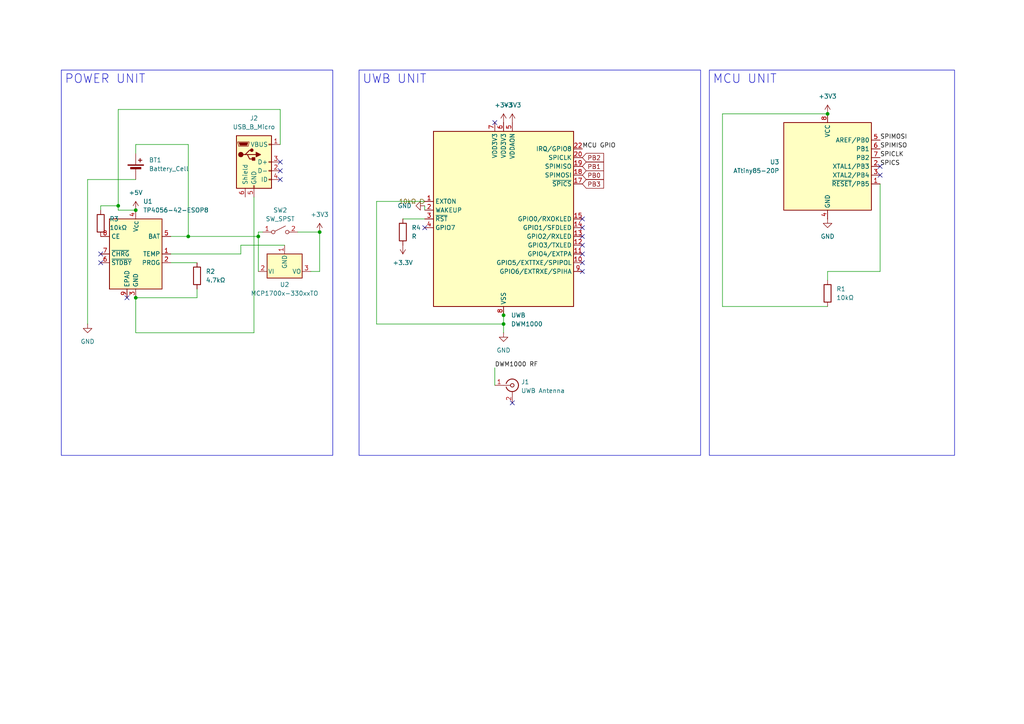
<source format=kicad_sch>
(kicad_sch
	(version 20250114)
	(generator "eeschema")
	(generator_version "9.0")
	(uuid "5d3d7c8a-77e3-40f1-bb68-06b35bc3567b")
	(paper "A4")
	(lib_symbols
		(symbol "Battery_Management:TP4056-42-ESOP8"
			(exclude_from_sim no)
			(in_bom yes)
			(on_board yes)
			(property "Reference" "U"
				(at -6.604 11.684 0)
				(effects
					(font
						(size 1.27 1.27)
					)
				)
			)
			(property "Value" "TP4056-42-ESOP8"
				(at 10.16 11.684 0)
				(effects
					(font
						(size 1.27 1.27)
					)
				)
			)
			(property "Footprint" "Package_SO:SOIC-8-1EP_3.9x4.9mm_P1.27mm_EP2.41x3.3mm_ThermalVias"
				(at 0.508 -22.86 0)
				(effects
					(font
						(size 1.27 1.27)
					)
					(hide yes)
				)
			)
			(property "Datasheet" "https://www.lcsc.com/datasheet/lcsc_datasheet_2410121619_TOPPOWER-Nanjing-Extension-Microelectronics-TP4056-42-ESOP8_C16581.pdf"
				(at 0 -25.4 0)
				(effects
					(font
						(size 1.27 1.27)
					)
					(hide yes)
				)
			)
			(property "Description" "1A Standalone Linear Li-ion/LiPo single-cell battery charger, 4.2V ±1% charge voltage, VCC = 4.0..8.0V, SOIC-8 (SOP-8)"
				(at 0.508 -20.32 0)
				(effects
					(font
						(size 1.27 1.27)
					)
					(hide yes)
				)
			)
			(property "ki_keywords" "lithium-ion lithium-polymer Li-Poly"
				(at 0 0 0)
				(effects
					(font
						(size 1.27 1.27)
					)
					(hide yes)
				)
			)
			(property "ki_fp_filters" "*SO*3.9x4.*P1.27mm*EP2.4*x3.3*mm*"
				(at 0 0 0)
				(effects
					(font
						(size 1.27 1.27)
					)
					(hide yes)
				)
			)
			(symbol "TP4056-42-ESOP8_1_0"
				(pin input line
					(at -10.16 5.08 0)
					(length 2.54)
					(name "CE"
						(effects
							(font
								(size 1.27 1.27)
							)
						)
					)
					(number "8"
						(effects
							(font
								(size 1.27 1.27)
							)
						)
					)
				)
				(pin open_collector line
					(at -10.16 0 0)
					(length 2.54)
					(name "~{CHRG}"
						(effects
							(font
								(size 1.27 1.27)
							)
						)
					)
					(number "7"
						(effects
							(font
								(size 1.27 1.27)
							)
						)
					)
				)
				(pin open_collector line
					(at -10.16 -2.54 0)
					(length 2.54)
					(name "~{STDBY}"
						(effects
							(font
								(size 1.27 1.27)
							)
						)
					)
					(number "6"
						(effects
							(font
								(size 1.27 1.27)
							)
						)
					)
				)
				(pin passive line
					(at -2.54 -12.7 90)
					(length 2.54)
					(name "EPAD"
						(effects
							(font
								(size 1.27 1.27)
							)
						)
					)
					(number "9"
						(effects
							(font
								(size 1.27 1.27)
							)
						)
					)
				)
				(pin power_in line
					(at 0 12.7 270)
					(length 2.54)
					(name "V_{CC}"
						(effects
							(font
								(size 1.27 1.27)
							)
						)
					)
					(number "4"
						(effects
							(font
								(size 1.27 1.27)
							)
						)
					)
				)
				(pin power_in line
					(at 0 -12.7 90)
					(length 2.54)
					(name "GND"
						(effects
							(font
								(size 1.27 1.27)
							)
						)
					)
					(number "3"
						(effects
							(font
								(size 1.27 1.27)
							)
						)
					)
				)
				(pin power_out line
					(at 10.16 5.08 180)
					(length 2.54)
					(name "BAT"
						(effects
							(font
								(size 1.27 1.27)
							)
						)
					)
					(number "5"
						(effects
							(font
								(size 1.27 1.27)
							)
						)
					)
				)
				(pin input line
					(at 10.16 0 180)
					(length 2.54)
					(name "TEMP"
						(effects
							(font
								(size 1.27 1.27)
							)
						)
					)
					(number "1"
						(effects
							(font
								(size 1.27 1.27)
							)
						)
					)
				)
				(pin passive line
					(at 10.16 -2.54 180)
					(length 2.54)
					(name "PROG"
						(effects
							(font
								(size 1.27 1.27)
							)
						)
					)
					(number "2"
						(effects
							(font
								(size 1.27 1.27)
							)
						)
					)
				)
			)
			(symbol "TP4056-42-ESOP8_1_1"
				(rectangle
					(start -7.62 10.16)
					(end 7.62 -10.16)
					(stroke
						(width 0.254)
						(type default)
					)
					(fill
						(type background)
					)
				)
			)
			(embedded_fonts no)
		)
		(symbol "Connector:Conn_Coaxial"
			(pin_names
				(offset 1.016)
				(hide yes)
			)
			(exclude_from_sim no)
			(in_bom yes)
			(on_board yes)
			(property "Reference" "J"
				(at 0.254 3.048 0)
				(effects
					(font
						(size 1.27 1.27)
					)
				)
			)
			(property "Value" "Conn_Coaxial"
				(at 2.921 0 90)
				(effects
					(font
						(size 1.27 1.27)
					)
				)
			)
			(property "Footprint" ""
				(at 0 0 0)
				(effects
					(font
						(size 1.27 1.27)
					)
					(hide yes)
				)
			)
			(property "Datasheet" "~"
				(at 0 0 0)
				(effects
					(font
						(size 1.27 1.27)
					)
					(hide yes)
				)
			)
			(property "Description" "coaxial connector (BNC, SMA, SMB, SMC, Cinch/RCA, LEMO, ...)"
				(at 0 0 0)
				(effects
					(font
						(size 1.27 1.27)
					)
					(hide yes)
				)
			)
			(property "ki_keywords" "BNC SMA SMB SMC LEMO coaxial connector CINCH RCA MCX MMCX U.FL UMRF"
				(at 0 0 0)
				(effects
					(font
						(size 1.27 1.27)
					)
					(hide yes)
				)
			)
			(property "ki_fp_filters" "*BNC* *SMA* *SMB* *SMC* *Cinch* *LEMO* *UMRF* *MCX* *U.FL*"
				(at 0 0 0)
				(effects
					(font
						(size 1.27 1.27)
					)
					(hide yes)
				)
			)
			(symbol "Conn_Coaxial_0_1"
				(polyline
					(pts
						(xy -2.54 0) (xy -0.508 0)
					)
					(stroke
						(width 0)
						(type default)
					)
					(fill
						(type none)
					)
				)
				(arc
					(start 1.778 0)
					(mid 0.222 -1.8079)
					(end -1.778 -0.508)
					(stroke
						(width 0.254)
						(type default)
					)
					(fill
						(type none)
					)
				)
				(arc
					(start -1.778 0.508)
					(mid 0.2221 1.8084)
					(end 1.778 0)
					(stroke
						(width 0.254)
						(type default)
					)
					(fill
						(type none)
					)
				)
				(circle
					(center 0 0)
					(radius 0.508)
					(stroke
						(width 0.2032)
						(type default)
					)
					(fill
						(type none)
					)
				)
				(polyline
					(pts
						(xy 0 -2.54) (xy 0 -1.778)
					)
					(stroke
						(width 0)
						(type default)
					)
					(fill
						(type none)
					)
				)
			)
			(symbol "Conn_Coaxial_1_1"
				(pin passive line
					(at -5.08 0 0)
					(length 2.54)
					(name "In"
						(effects
							(font
								(size 1.27 1.27)
							)
						)
					)
					(number "1"
						(effects
							(font
								(size 1.27 1.27)
							)
						)
					)
				)
				(pin passive line
					(at 0 -5.08 90)
					(length 2.54)
					(name "Ext"
						(effects
							(font
								(size 1.27 1.27)
							)
						)
					)
					(number "2"
						(effects
							(font
								(size 1.27 1.27)
							)
						)
					)
				)
			)
			(embedded_fonts no)
		)
		(symbol "Connector:USB_B_Micro"
			(pin_names
				(offset 1.016)
			)
			(exclude_from_sim no)
			(in_bom yes)
			(on_board yes)
			(property "Reference" "J"
				(at -5.08 11.43 0)
				(effects
					(font
						(size 1.27 1.27)
					)
					(justify left)
				)
			)
			(property "Value" "USB_B_Micro"
				(at -5.08 8.89 0)
				(effects
					(font
						(size 1.27 1.27)
					)
					(justify left)
				)
			)
			(property "Footprint" ""
				(at 3.81 -1.27 0)
				(effects
					(font
						(size 1.27 1.27)
					)
					(hide yes)
				)
			)
			(property "Datasheet" "~"
				(at 3.81 -1.27 0)
				(effects
					(font
						(size 1.27 1.27)
					)
					(hide yes)
				)
			)
			(property "Description" "USB Micro Type B connector"
				(at 0 0 0)
				(effects
					(font
						(size 1.27 1.27)
					)
					(hide yes)
				)
			)
			(property "ki_keywords" "connector USB micro"
				(at 0 0 0)
				(effects
					(font
						(size 1.27 1.27)
					)
					(hide yes)
				)
			)
			(property "ki_fp_filters" "USB*"
				(at 0 0 0)
				(effects
					(font
						(size 1.27 1.27)
					)
					(hide yes)
				)
			)
			(symbol "USB_B_Micro_0_1"
				(rectangle
					(start -5.08 -7.62)
					(end 5.08 7.62)
					(stroke
						(width 0.254)
						(type default)
					)
					(fill
						(type background)
					)
				)
				(polyline
					(pts
						(xy -4.699 5.842) (xy -4.699 5.588) (xy -4.445 4.826) (xy -4.445 4.572) (xy -1.651 4.572) (xy -1.651 4.826)
						(xy -1.397 5.588) (xy -1.397 5.842) (xy -4.699 5.842)
					)
					(stroke
						(width 0)
						(type default)
					)
					(fill
						(type none)
					)
				)
				(polyline
					(pts
						(xy -4.318 5.588) (xy -1.778 5.588) (xy -2.032 4.826) (xy -4.064 4.826) (xy -4.318 5.588)
					)
					(stroke
						(width 0)
						(type default)
					)
					(fill
						(type outline)
					)
				)
				(circle
					(center -3.81 2.159)
					(radius 0.635)
					(stroke
						(width 0.254)
						(type default)
					)
					(fill
						(type outline)
					)
				)
				(polyline
					(pts
						(xy -3.175 2.159) (xy -2.54 2.159) (xy -1.27 3.429) (xy -0.635 3.429)
					)
					(stroke
						(width 0.254)
						(type default)
					)
					(fill
						(type none)
					)
				)
				(polyline
					(pts
						(xy -2.54 2.159) (xy -1.905 2.159) (xy -1.27 0.889) (xy 0 0.889)
					)
					(stroke
						(width 0.254)
						(type default)
					)
					(fill
						(type none)
					)
				)
				(polyline
					(pts
						(xy -1.905 2.159) (xy 0.635 2.159)
					)
					(stroke
						(width 0.254)
						(type default)
					)
					(fill
						(type none)
					)
				)
				(circle
					(center -0.635 3.429)
					(radius 0.381)
					(stroke
						(width 0.254)
						(type default)
					)
					(fill
						(type outline)
					)
				)
				(rectangle
					(start -0.127 -7.62)
					(end 0.127 -6.858)
					(stroke
						(width 0)
						(type default)
					)
					(fill
						(type none)
					)
				)
				(rectangle
					(start 0.254 1.27)
					(end -0.508 0.508)
					(stroke
						(width 0.254)
						(type default)
					)
					(fill
						(type outline)
					)
				)
				(polyline
					(pts
						(xy 0.635 2.794) (xy 0.635 1.524) (xy 1.905 2.159) (xy 0.635 2.794)
					)
					(stroke
						(width 0.254)
						(type default)
					)
					(fill
						(type outline)
					)
				)
				(rectangle
					(start 5.08 4.953)
					(end 4.318 5.207)
					(stroke
						(width 0)
						(type default)
					)
					(fill
						(type none)
					)
				)
				(rectangle
					(start 5.08 -0.127)
					(end 4.318 0.127)
					(stroke
						(width 0)
						(type default)
					)
					(fill
						(type none)
					)
				)
				(rectangle
					(start 5.08 -2.667)
					(end 4.318 -2.413)
					(stroke
						(width 0)
						(type default)
					)
					(fill
						(type none)
					)
				)
				(rectangle
					(start 5.08 -5.207)
					(end 4.318 -4.953)
					(stroke
						(width 0)
						(type default)
					)
					(fill
						(type none)
					)
				)
			)
			(symbol "USB_B_Micro_1_1"
				(pin passive line
					(at -2.54 -10.16 90)
					(length 2.54)
					(name "Shield"
						(effects
							(font
								(size 1.27 1.27)
							)
						)
					)
					(number "6"
						(effects
							(font
								(size 1.27 1.27)
							)
						)
					)
				)
				(pin power_out line
					(at 0 -10.16 90)
					(length 2.54)
					(name "GND"
						(effects
							(font
								(size 1.27 1.27)
							)
						)
					)
					(number "5"
						(effects
							(font
								(size 1.27 1.27)
							)
						)
					)
				)
				(pin power_out line
					(at 7.62 5.08 180)
					(length 2.54)
					(name "VBUS"
						(effects
							(font
								(size 1.27 1.27)
							)
						)
					)
					(number "1"
						(effects
							(font
								(size 1.27 1.27)
							)
						)
					)
				)
				(pin bidirectional line
					(at 7.62 0 180)
					(length 2.54)
					(name "D+"
						(effects
							(font
								(size 1.27 1.27)
							)
						)
					)
					(number "3"
						(effects
							(font
								(size 1.27 1.27)
							)
						)
					)
				)
				(pin bidirectional line
					(at 7.62 -2.54 180)
					(length 2.54)
					(name "D-"
						(effects
							(font
								(size 1.27 1.27)
							)
						)
					)
					(number "2"
						(effects
							(font
								(size 1.27 1.27)
							)
						)
					)
				)
				(pin passive line
					(at 7.62 -5.08 180)
					(length 2.54)
					(name "ID"
						(effects
							(font
								(size 1.27 1.27)
							)
						)
					)
					(number "4"
						(effects
							(font
								(size 1.27 1.27)
							)
						)
					)
				)
			)
			(embedded_fonts no)
		)
		(symbol "Device:Battery_Cell"
			(pin_numbers
				(hide yes)
			)
			(pin_names
				(offset 0)
				(hide yes)
			)
			(exclude_from_sim no)
			(in_bom yes)
			(on_board yes)
			(property "Reference" "BT"
				(at 2.54 2.54 0)
				(effects
					(font
						(size 1.27 1.27)
					)
					(justify left)
				)
			)
			(property "Value" "Battery_Cell"
				(at 2.54 0 0)
				(effects
					(font
						(size 1.27 1.27)
					)
					(justify left)
				)
			)
			(property "Footprint" ""
				(at 0 1.524 90)
				(effects
					(font
						(size 1.27 1.27)
					)
					(hide yes)
				)
			)
			(property "Datasheet" "~"
				(at 0 1.524 90)
				(effects
					(font
						(size 1.27 1.27)
					)
					(hide yes)
				)
			)
			(property "Description" "Single-cell battery"
				(at 0 0 0)
				(effects
					(font
						(size 1.27 1.27)
					)
					(hide yes)
				)
			)
			(property "ki_keywords" "battery cell"
				(at 0 0 0)
				(effects
					(font
						(size 1.27 1.27)
					)
					(hide yes)
				)
			)
			(symbol "Battery_Cell_0_1"
				(rectangle
					(start -2.286 1.778)
					(end 2.286 1.524)
					(stroke
						(width 0)
						(type default)
					)
					(fill
						(type outline)
					)
				)
				(rectangle
					(start -1.524 1.016)
					(end 1.524 0.508)
					(stroke
						(width 0)
						(type default)
					)
					(fill
						(type outline)
					)
				)
				(polyline
					(pts
						(xy 0 1.778) (xy 0 2.54)
					)
					(stroke
						(width 0)
						(type default)
					)
					(fill
						(type none)
					)
				)
				(polyline
					(pts
						(xy 0 0.762) (xy 0 0)
					)
					(stroke
						(width 0)
						(type default)
					)
					(fill
						(type none)
					)
				)
				(polyline
					(pts
						(xy 0.762 3.048) (xy 1.778 3.048)
					)
					(stroke
						(width 0.254)
						(type default)
					)
					(fill
						(type none)
					)
				)
				(polyline
					(pts
						(xy 1.27 3.556) (xy 1.27 2.54)
					)
					(stroke
						(width 0.254)
						(type default)
					)
					(fill
						(type none)
					)
				)
			)
			(symbol "Battery_Cell_1_1"
				(pin passive line
					(at 0 5.08 270)
					(length 2.54)
					(name "+"
						(effects
							(font
								(size 1.27 1.27)
							)
						)
					)
					(number "1"
						(effects
							(font
								(size 1.27 1.27)
							)
						)
					)
				)
				(pin passive line
					(at 0 -2.54 90)
					(length 2.54)
					(name "-"
						(effects
							(font
								(size 1.27 1.27)
							)
						)
					)
					(number "2"
						(effects
							(font
								(size 1.27 1.27)
							)
						)
					)
				)
			)
			(embedded_fonts no)
		)
		(symbol "Device:R"
			(pin_numbers
				(hide yes)
			)
			(pin_names
				(offset 0)
			)
			(exclude_from_sim no)
			(in_bom yes)
			(on_board yes)
			(property "Reference" "R"
				(at 2.032 0 90)
				(effects
					(font
						(size 1.27 1.27)
					)
				)
			)
			(property "Value" "R"
				(at 0 0 90)
				(effects
					(font
						(size 1.27 1.27)
					)
				)
			)
			(property "Footprint" ""
				(at -1.778 0 90)
				(effects
					(font
						(size 1.27 1.27)
					)
					(hide yes)
				)
			)
			(property "Datasheet" "~"
				(at 0 0 0)
				(effects
					(font
						(size 1.27 1.27)
					)
					(hide yes)
				)
			)
			(property "Description" "Resistor"
				(at 0 0 0)
				(effects
					(font
						(size 1.27 1.27)
					)
					(hide yes)
				)
			)
			(property "ki_keywords" "R res resistor"
				(at 0 0 0)
				(effects
					(font
						(size 1.27 1.27)
					)
					(hide yes)
				)
			)
			(property "ki_fp_filters" "R_*"
				(at 0 0 0)
				(effects
					(font
						(size 1.27 1.27)
					)
					(hide yes)
				)
			)
			(symbol "R_0_1"
				(rectangle
					(start -1.016 -2.54)
					(end 1.016 2.54)
					(stroke
						(width 0.254)
						(type default)
					)
					(fill
						(type none)
					)
				)
			)
			(symbol "R_1_1"
				(pin passive line
					(at 0 3.81 270)
					(length 1.27)
					(name "~"
						(effects
							(font
								(size 1.27 1.27)
							)
						)
					)
					(number "1"
						(effects
							(font
								(size 1.27 1.27)
							)
						)
					)
				)
				(pin passive line
					(at 0 -3.81 90)
					(length 1.27)
					(name "~"
						(effects
							(font
								(size 1.27 1.27)
							)
						)
					)
					(number "2"
						(effects
							(font
								(size 1.27 1.27)
							)
						)
					)
				)
			)
			(embedded_fonts no)
		)
		(symbol "MCU_Microchip_ATtiny:ATtiny85-20P"
			(exclude_from_sim no)
			(in_bom yes)
			(on_board yes)
			(property "Reference" "U"
				(at -12.7 13.97 0)
				(effects
					(font
						(size 1.27 1.27)
					)
					(justify left bottom)
				)
			)
			(property "Value" "ATtiny85-20P"
				(at 2.54 -13.97 0)
				(effects
					(font
						(size 1.27 1.27)
					)
					(justify left top)
				)
			)
			(property "Footprint" "Package_DIP:DIP-8_W7.62mm"
				(at 0 0 0)
				(effects
					(font
						(size 1.27 1.27)
						(italic yes)
					)
					(hide yes)
				)
			)
			(property "Datasheet" "http://ww1.microchip.com/downloads/en/DeviceDoc/atmel-2586-avr-8-bit-microcontroller-attiny25-attiny45-attiny85_datasheet.pdf"
				(at 0 0 0)
				(effects
					(font
						(size 1.27 1.27)
					)
					(hide yes)
				)
			)
			(property "Description" "20MHz, 8kB Flash, 512B SRAM, 512B EEPROM, debugWIRE, DIP-8"
				(at 0 0 0)
				(effects
					(font
						(size 1.27 1.27)
					)
					(hide yes)
				)
			)
			(property "ki_keywords" "AVR 8bit Microcontroller tinyAVR"
				(at 0 0 0)
				(effects
					(font
						(size 1.27 1.27)
					)
					(hide yes)
				)
			)
			(property "ki_fp_filters" "DIP*W7.62mm*"
				(at 0 0 0)
				(effects
					(font
						(size 1.27 1.27)
					)
					(hide yes)
				)
			)
			(symbol "ATtiny85-20P_0_1"
				(rectangle
					(start -12.7 -12.7)
					(end 12.7 12.7)
					(stroke
						(width 0.254)
						(type default)
					)
					(fill
						(type background)
					)
				)
			)
			(symbol "ATtiny85-20P_1_1"
				(pin power_in line
					(at 0 15.24 270)
					(length 2.54)
					(name "VCC"
						(effects
							(font
								(size 1.27 1.27)
							)
						)
					)
					(number "8"
						(effects
							(font
								(size 1.27 1.27)
							)
						)
					)
				)
				(pin power_in line
					(at 0 -15.24 90)
					(length 2.54)
					(name "GND"
						(effects
							(font
								(size 1.27 1.27)
							)
						)
					)
					(number "4"
						(effects
							(font
								(size 1.27 1.27)
							)
						)
					)
				)
				(pin bidirectional line
					(at 15.24 7.62 180)
					(length 2.54)
					(name "AREF/PB0"
						(effects
							(font
								(size 1.27 1.27)
							)
						)
					)
					(number "5"
						(effects
							(font
								(size 1.27 1.27)
							)
						)
					)
				)
				(pin bidirectional line
					(at 15.24 5.08 180)
					(length 2.54)
					(name "PB1"
						(effects
							(font
								(size 1.27 1.27)
							)
						)
					)
					(number "6"
						(effects
							(font
								(size 1.27 1.27)
							)
						)
					)
				)
				(pin bidirectional line
					(at 15.24 2.54 180)
					(length 2.54)
					(name "PB2"
						(effects
							(font
								(size 1.27 1.27)
							)
						)
					)
					(number "7"
						(effects
							(font
								(size 1.27 1.27)
							)
						)
					)
				)
				(pin bidirectional line
					(at 15.24 0 180)
					(length 2.54)
					(name "XTAL1/PB3"
						(effects
							(font
								(size 1.27 1.27)
							)
						)
					)
					(number "2"
						(effects
							(font
								(size 1.27 1.27)
							)
						)
					)
				)
				(pin bidirectional line
					(at 15.24 -2.54 180)
					(length 2.54)
					(name "XTAL2/PB4"
						(effects
							(font
								(size 1.27 1.27)
							)
						)
					)
					(number "3"
						(effects
							(font
								(size 1.27 1.27)
							)
						)
					)
				)
				(pin bidirectional line
					(at 15.24 -5.08 180)
					(length 2.54)
					(name "~{RESET}/PB5"
						(effects
							(font
								(size 1.27 1.27)
							)
						)
					)
					(number "1"
						(effects
							(font
								(size 1.27 1.27)
							)
						)
					)
				)
			)
			(embedded_fonts no)
		)
		(symbol "RF_Module:DWM1000"
			(exclude_from_sim no)
			(in_bom yes)
			(on_board yes)
			(property "Reference" "DWM"
				(at -17.78 26.67 0)
				(effects
					(font
						(size 1.27 1.27)
					)
				)
			)
			(property "Value" "DWM1000"
				(at 15.875 26.67 0)
				(effects
					(font
						(size 1.27 1.27)
					)
				)
			)
			(property "Footprint" "RF_Module:DWM1000"
				(at 7.62 -26.67 0)
				(effects
					(font
						(size 1.27 1.27)
					)
					(justify left)
					(hide yes)
				)
			)
			(property "Datasheet" "https://www.decawave.com/sites/default/files/resources/dwm1000-datasheet-v1.3.pdf"
				(at 7.62 -29.21 0)
				(effects
					(font
						(size 1.27 1.27)
					)
					(justify left)
					(hide yes)
				)
			)
			(property "Description" "Ultra wide band RF module With ranging location capabilities"
				(at 0 0 0)
				(effects
					(font
						(size 1.27 1.27)
					)
					(hide yes)
				)
			)
			(property "ki_keywords" "Decawave Qorvo UWB"
				(at 0 0 0)
				(effects
					(font
						(size 1.27 1.27)
					)
					(hide yes)
				)
			)
			(property "ki_fp_filters" "*DWM1000*"
				(at 0 0 0)
				(effects
					(font
						(size 1.27 1.27)
					)
					(hide yes)
				)
			)
			(symbol "DWM1000_0_1"
				(rectangle
					(start -20.32 25.4)
					(end 20.32 -25.4)
					(stroke
						(width 0.254)
						(type default)
					)
					(fill
						(type background)
					)
				)
			)
			(symbol "DWM1000_1_1"
				(pin output line
					(at -22.86 5.08 0)
					(length 2.54)
					(name "EXTON"
						(effects
							(font
								(size 1.27 1.27)
							)
						)
					)
					(number "1"
						(effects
							(font
								(size 1.27 1.27)
							)
						)
					)
				)
				(pin bidirectional line
					(at -22.86 2.54 0)
					(length 2.54)
					(name "WAKEUP"
						(effects
							(font
								(size 1.27 1.27)
							)
						)
					)
					(number "2"
						(effects
							(font
								(size 1.27 1.27)
							)
						)
					)
				)
				(pin bidirectional line
					(at -22.86 0 0)
					(length 2.54)
					(name "~{RST}"
						(effects
							(font
								(size 1.27 1.27)
							)
						)
					)
					(number "3"
						(effects
							(font
								(size 1.27 1.27)
							)
						)
					)
				)
				(pin bidirectional line
					(at -22.86 -2.54 0)
					(length 2.54)
					(name "GPIO7"
						(effects
							(font
								(size 1.27 1.27)
							)
						)
					)
					(number "4"
						(effects
							(font
								(size 1.27 1.27)
							)
						)
					)
				)
				(pin power_in line
					(at -2.54 27.94 270)
					(length 2.54)
					(name "VDD3V3"
						(effects
							(font
								(size 1.27 1.27)
							)
						)
					)
					(number "7"
						(effects
							(font
								(size 1.27 1.27)
							)
						)
					)
				)
				(pin power_in line
					(at 0 27.94 270)
					(length 2.54)
					(name "VDD3V3"
						(effects
							(font
								(size 1.27 1.27)
							)
						)
					)
					(number "6"
						(effects
							(font
								(size 1.27 1.27)
							)
						)
					)
				)
				(pin passive line
					(at 0 -27.94 90)
					(length 2.54)
					(hide yes)
					(name "VSS"
						(effects
							(font
								(size 1.27 1.27)
							)
						)
					)
					(number "16"
						(effects
							(font
								(size 1.27 1.27)
							)
						)
					)
				)
				(pin passive line
					(at 0 -27.94 90)
					(length 2.54)
					(hide yes)
					(name "VSS"
						(effects
							(font
								(size 1.27 1.27)
							)
						)
					)
					(number "21"
						(effects
							(font
								(size 1.27 1.27)
							)
						)
					)
				)
				(pin passive line
					(at 0 -27.94 90)
					(length 2.54)
					(hide yes)
					(name "VSS"
						(effects
							(font
								(size 1.27 1.27)
							)
						)
					)
					(number "23"
						(effects
							(font
								(size 1.27 1.27)
							)
						)
					)
				)
				(pin passive line
					(at 0 -27.94 90)
					(length 2.54)
					(hide yes)
					(name "VSS"
						(effects
							(font
								(size 1.27 1.27)
							)
						)
					)
					(number "24"
						(effects
							(font
								(size 1.27 1.27)
							)
						)
					)
				)
				(pin power_in line
					(at 0 -27.94 90)
					(length 2.54)
					(name "VSS"
						(effects
							(font
								(size 1.27 1.27)
							)
						)
					)
					(number "8"
						(effects
							(font
								(size 1.27 1.27)
							)
						)
					)
				)
				(pin power_in line
					(at 2.54 27.94 270)
					(length 2.54)
					(name "VDDAON"
						(effects
							(font
								(size 1.27 1.27)
							)
						)
					)
					(number "5"
						(effects
							(font
								(size 1.27 1.27)
							)
						)
					)
				)
				(pin bidirectional line
					(at 22.86 20.32 180)
					(length 2.54)
					(name "IRQ/GPIO8"
						(effects
							(font
								(size 1.27 1.27)
							)
						)
					)
					(number "22"
						(effects
							(font
								(size 1.27 1.27)
							)
						)
					)
				)
				(pin input line
					(at 22.86 17.78 180)
					(length 2.54)
					(name "SPICLK"
						(effects
							(font
								(size 1.27 1.27)
							)
						)
					)
					(number "20"
						(effects
							(font
								(size 1.27 1.27)
							)
						)
					)
				)
				(pin output line
					(at 22.86 15.24 180)
					(length 2.54)
					(name "SPIMISO"
						(effects
							(font
								(size 1.27 1.27)
							)
						)
					)
					(number "19"
						(effects
							(font
								(size 1.27 1.27)
							)
						)
					)
				)
				(pin input line
					(at 22.86 12.7 180)
					(length 2.54)
					(name "SPIMOSI"
						(effects
							(font
								(size 1.27 1.27)
							)
						)
					)
					(number "18"
						(effects
							(font
								(size 1.27 1.27)
							)
						)
					)
				)
				(pin input line
					(at 22.86 10.16 180)
					(length 2.54)
					(name "~{SPICS}"
						(effects
							(font
								(size 1.27 1.27)
							)
						)
					)
					(number "17"
						(effects
							(font
								(size 1.27 1.27)
							)
						)
					)
				)
				(pin bidirectional line
					(at 22.86 0 180)
					(length 2.54)
					(name "GPIO0/RXOKLED"
						(effects
							(font
								(size 1.27 1.27)
							)
						)
					)
					(number "15"
						(effects
							(font
								(size 1.27 1.27)
							)
						)
					)
				)
				(pin bidirectional line
					(at 22.86 -2.54 180)
					(length 2.54)
					(name "GPIO1/SFDLED"
						(effects
							(font
								(size 1.27 1.27)
							)
						)
					)
					(number "14"
						(effects
							(font
								(size 1.27 1.27)
							)
						)
					)
				)
				(pin bidirectional line
					(at 22.86 -5.08 180)
					(length 2.54)
					(name "GPIO2/RXLED"
						(effects
							(font
								(size 1.27 1.27)
							)
						)
					)
					(number "13"
						(effects
							(font
								(size 1.27 1.27)
							)
						)
					)
				)
				(pin bidirectional line
					(at 22.86 -7.62 180)
					(length 2.54)
					(name "GPIO3/TXLED"
						(effects
							(font
								(size 1.27 1.27)
							)
						)
					)
					(number "12"
						(effects
							(font
								(size 1.27 1.27)
							)
						)
					)
				)
				(pin bidirectional line
					(at 22.86 -10.16 180)
					(length 2.54)
					(name "GPIO4/EXTPA"
						(effects
							(font
								(size 1.27 1.27)
							)
						)
					)
					(number "11"
						(effects
							(font
								(size 1.27 1.27)
							)
						)
					)
				)
				(pin bidirectional line
					(at 22.86 -12.7 180)
					(length 2.54)
					(name "GPIO5/EXTTXE/SPIPOL"
						(effects
							(font
								(size 1.27 1.27)
							)
						)
					)
					(number "10"
						(effects
							(font
								(size 1.27 1.27)
							)
						)
					)
				)
				(pin bidirectional line
					(at 22.86 -15.24 180)
					(length 2.54)
					(name "GPIO6/EXTRXE/SPIHA"
						(effects
							(font
								(size 1.27 1.27)
							)
						)
					)
					(number "9"
						(effects
							(font
								(size 1.27 1.27)
							)
						)
					)
				)
			)
			(embedded_fonts no)
		)
		(symbol "Regulator_Linear:MCP1700x-330xxTO"
			(pin_names
				(offset 0.254)
			)
			(exclude_from_sim no)
			(in_bom yes)
			(on_board yes)
			(property "Reference" "U"
				(at -3.81 -3.175 0)
				(effects
					(font
						(size 1.27 1.27)
					)
				)
			)
			(property "Value" "MCP1700x-330xxTO"
				(at 0 -3.175 0)
				(effects
					(font
						(size 1.27 1.27)
					)
					(justify left)
				)
			)
			(property "Footprint" "Package_TO_SOT_THT:TO-92_Inline"
				(at 0 -5.08 0)
				(effects
					(font
						(size 1.27 1.27)
						(italic yes)
					)
					(hide yes)
				)
			)
			(property "Datasheet" "http://ww1.microchip.com/downloads/en/DeviceDoc/20001826D.pdf"
				(at 0 0 0)
				(effects
					(font
						(size 1.27 1.27)
					)
					(hide yes)
				)
			)
			(property "Description" "250mA Low Quiscent Current LDO, 3.3V output, TO-92"
				(at 0 0 0)
				(effects
					(font
						(size 1.27 1.27)
					)
					(hide yes)
				)
			)
			(property "ki_keywords" "regulator linear ldo"
				(at 0 0 0)
				(effects
					(font
						(size 1.27 1.27)
					)
					(hide yes)
				)
			)
			(property "ki_fp_filters" "TO?92*"
				(at 0 0 0)
				(effects
					(font
						(size 1.27 1.27)
					)
					(hide yes)
				)
			)
			(symbol "MCP1700x-330xxTO_0_1"
				(rectangle
					(start -5.08 5.08)
					(end 5.08 -1.905)
					(stroke
						(width 0.254)
						(type default)
					)
					(fill
						(type background)
					)
				)
			)
			(symbol "MCP1700x-330xxTO_1_1"
				(pin power_in line
					(at -7.62 0 0)
					(length 2.54)
					(name "VI"
						(effects
							(font
								(size 1.27 1.27)
							)
						)
					)
					(number "2"
						(effects
							(font
								(size 1.27 1.27)
							)
						)
					)
				)
				(pin power_in line
					(at 0 7.62 270)
					(length 2.54)
					(name "GND"
						(effects
							(font
								(size 1.27 1.27)
							)
						)
					)
					(number "1"
						(effects
							(font
								(size 1.27 1.27)
							)
						)
					)
				)
				(pin power_out line
					(at 7.62 0 180)
					(length 2.54)
					(name "VO"
						(effects
							(font
								(size 1.27 1.27)
							)
						)
					)
					(number "3"
						(effects
							(font
								(size 1.27 1.27)
							)
						)
					)
				)
			)
			(embedded_fonts no)
		)
		(symbol "Switch:SW_SPST"
			(pin_names
				(offset 0)
				(hide yes)
			)
			(exclude_from_sim no)
			(in_bom yes)
			(on_board yes)
			(property "Reference" "SW"
				(at 0 3.175 0)
				(effects
					(font
						(size 1.27 1.27)
					)
				)
			)
			(property "Value" "SW_SPST"
				(at 0 -2.54 0)
				(effects
					(font
						(size 1.27 1.27)
					)
				)
			)
			(property "Footprint" ""
				(at 0 0 0)
				(effects
					(font
						(size 1.27 1.27)
					)
					(hide yes)
				)
			)
			(property "Datasheet" "~"
				(at 0 0 0)
				(effects
					(font
						(size 1.27 1.27)
					)
					(hide yes)
				)
			)
			(property "Description" "Single Pole Single Throw (SPST) switch"
				(at 0 0 0)
				(effects
					(font
						(size 1.27 1.27)
					)
					(hide yes)
				)
			)
			(property "ki_keywords" "switch lever"
				(at 0 0 0)
				(effects
					(font
						(size 1.27 1.27)
					)
					(hide yes)
				)
			)
			(symbol "SW_SPST_0_0"
				(circle
					(center -2.032 0)
					(radius 0.508)
					(stroke
						(width 0)
						(type default)
					)
					(fill
						(type none)
					)
				)
				(polyline
					(pts
						(xy -1.524 0.254) (xy 1.524 1.778)
					)
					(stroke
						(width 0)
						(type default)
					)
					(fill
						(type none)
					)
				)
				(circle
					(center 2.032 0)
					(radius 0.508)
					(stroke
						(width 0)
						(type default)
					)
					(fill
						(type none)
					)
				)
			)
			(symbol "SW_SPST_1_1"
				(pin passive line
					(at -5.08 0 0)
					(length 2.54)
					(name "A"
						(effects
							(font
								(size 1.27 1.27)
							)
						)
					)
					(number "1"
						(effects
							(font
								(size 1.27 1.27)
							)
						)
					)
				)
				(pin passive line
					(at 5.08 0 180)
					(length 2.54)
					(name "B"
						(effects
							(font
								(size 1.27 1.27)
							)
						)
					)
					(number "2"
						(effects
							(font
								(size 1.27 1.27)
							)
						)
					)
				)
			)
			(embedded_fonts no)
		)
		(symbol "power:+3.3V"
			(power)
			(pin_numbers
				(hide yes)
			)
			(pin_names
				(offset 0)
				(hide yes)
			)
			(exclude_from_sim no)
			(in_bom yes)
			(on_board yes)
			(property "Reference" "#PWR"
				(at 0 -3.81 0)
				(effects
					(font
						(size 1.27 1.27)
					)
					(hide yes)
				)
			)
			(property "Value" "+3.3V"
				(at 0 3.556 0)
				(effects
					(font
						(size 1.27 1.27)
					)
				)
			)
			(property "Footprint" ""
				(at 0 0 0)
				(effects
					(font
						(size 1.27 1.27)
					)
					(hide yes)
				)
			)
			(property "Datasheet" ""
				(at 0 0 0)
				(effects
					(font
						(size 1.27 1.27)
					)
					(hide yes)
				)
			)
			(property "Description" "Power symbol creates a global label with name \"+3.3V\""
				(at 0 0 0)
				(effects
					(font
						(size 1.27 1.27)
					)
					(hide yes)
				)
			)
			(property "ki_keywords" "global power"
				(at 0 0 0)
				(effects
					(font
						(size 1.27 1.27)
					)
					(hide yes)
				)
			)
			(symbol "+3.3V_0_1"
				(polyline
					(pts
						(xy -0.762 1.27) (xy 0 2.54)
					)
					(stroke
						(width 0)
						(type default)
					)
					(fill
						(type none)
					)
				)
				(polyline
					(pts
						(xy 0 2.54) (xy 0.762 1.27)
					)
					(stroke
						(width 0)
						(type default)
					)
					(fill
						(type none)
					)
				)
				(polyline
					(pts
						(xy 0 0) (xy 0 2.54)
					)
					(stroke
						(width 0)
						(type default)
					)
					(fill
						(type none)
					)
				)
			)
			(symbol "+3.3V_1_1"
				(pin power_in line
					(at 0 0 90)
					(length 0)
					(name "~"
						(effects
							(font
								(size 1.27 1.27)
							)
						)
					)
					(number "1"
						(effects
							(font
								(size 1.27 1.27)
							)
						)
					)
				)
			)
			(embedded_fonts no)
		)
		(symbol "power:+3V3"
			(power)
			(pin_numbers
				(hide yes)
			)
			(pin_names
				(offset 0)
				(hide yes)
			)
			(exclude_from_sim no)
			(in_bom yes)
			(on_board yes)
			(property "Reference" "#PWR"
				(at 0 -3.81 0)
				(effects
					(font
						(size 1.27 1.27)
					)
					(hide yes)
				)
			)
			(property "Value" "+3V3"
				(at 0 3.556 0)
				(effects
					(font
						(size 1.27 1.27)
					)
				)
			)
			(property "Footprint" ""
				(at 0 0 0)
				(effects
					(font
						(size 1.27 1.27)
					)
					(hide yes)
				)
			)
			(property "Datasheet" ""
				(at 0 0 0)
				(effects
					(font
						(size 1.27 1.27)
					)
					(hide yes)
				)
			)
			(property "Description" "Power symbol creates a global label with name \"+3V3\""
				(at 0 0 0)
				(effects
					(font
						(size 1.27 1.27)
					)
					(hide yes)
				)
			)
			(property "ki_keywords" "global power"
				(at 0 0 0)
				(effects
					(font
						(size 1.27 1.27)
					)
					(hide yes)
				)
			)
			(symbol "+3V3_0_1"
				(polyline
					(pts
						(xy -0.762 1.27) (xy 0 2.54)
					)
					(stroke
						(width 0)
						(type default)
					)
					(fill
						(type none)
					)
				)
				(polyline
					(pts
						(xy 0 2.54) (xy 0.762 1.27)
					)
					(stroke
						(width 0)
						(type default)
					)
					(fill
						(type none)
					)
				)
				(polyline
					(pts
						(xy 0 0) (xy 0 2.54)
					)
					(stroke
						(width 0)
						(type default)
					)
					(fill
						(type none)
					)
				)
			)
			(symbol "+3V3_1_1"
				(pin power_in line
					(at 0 0 90)
					(length 0)
					(name "~"
						(effects
							(font
								(size 1.27 1.27)
							)
						)
					)
					(number "1"
						(effects
							(font
								(size 1.27 1.27)
							)
						)
					)
				)
			)
			(embedded_fonts no)
		)
		(symbol "power:+5V"
			(power)
			(pin_numbers
				(hide yes)
			)
			(pin_names
				(offset 0)
				(hide yes)
			)
			(exclude_from_sim no)
			(in_bom yes)
			(on_board yes)
			(property "Reference" "#PWR"
				(at 0 -3.81 0)
				(effects
					(font
						(size 1.27 1.27)
					)
					(hide yes)
				)
			)
			(property "Value" "+5V"
				(at 0 3.556 0)
				(effects
					(font
						(size 1.27 1.27)
					)
				)
			)
			(property "Footprint" ""
				(at 0 0 0)
				(effects
					(font
						(size 1.27 1.27)
					)
					(hide yes)
				)
			)
			(property "Datasheet" ""
				(at 0 0 0)
				(effects
					(font
						(size 1.27 1.27)
					)
					(hide yes)
				)
			)
			(property "Description" "Power symbol creates a global label with name \"+5V\""
				(at 0 0 0)
				(effects
					(font
						(size 1.27 1.27)
					)
					(hide yes)
				)
			)
			(property "ki_keywords" "global power"
				(at 0 0 0)
				(effects
					(font
						(size 1.27 1.27)
					)
					(hide yes)
				)
			)
			(symbol "+5V_0_1"
				(polyline
					(pts
						(xy -0.762 1.27) (xy 0 2.54)
					)
					(stroke
						(width 0)
						(type default)
					)
					(fill
						(type none)
					)
				)
				(polyline
					(pts
						(xy 0 2.54) (xy 0.762 1.27)
					)
					(stroke
						(width 0)
						(type default)
					)
					(fill
						(type none)
					)
				)
				(polyline
					(pts
						(xy 0 0) (xy 0 2.54)
					)
					(stroke
						(width 0)
						(type default)
					)
					(fill
						(type none)
					)
				)
			)
			(symbol "+5V_1_1"
				(pin power_in line
					(at 0 0 90)
					(length 0)
					(name "~"
						(effects
							(font
								(size 1.27 1.27)
							)
						)
					)
					(number "1"
						(effects
							(font
								(size 1.27 1.27)
							)
						)
					)
				)
			)
			(embedded_fonts no)
		)
		(symbol "power:GND"
			(power)
			(pin_numbers
				(hide yes)
			)
			(pin_names
				(offset 0)
				(hide yes)
			)
			(exclude_from_sim no)
			(in_bom yes)
			(on_board yes)
			(property "Reference" "#PWR"
				(at 0 -6.35 0)
				(effects
					(font
						(size 1.27 1.27)
					)
					(hide yes)
				)
			)
			(property "Value" "GND"
				(at 0 -3.81 0)
				(effects
					(font
						(size 1.27 1.27)
					)
				)
			)
			(property "Footprint" ""
				(at 0 0 0)
				(effects
					(font
						(size 1.27 1.27)
					)
					(hide yes)
				)
			)
			(property "Datasheet" ""
				(at 0 0 0)
				(effects
					(font
						(size 1.27 1.27)
					)
					(hide yes)
				)
			)
			(property "Description" "Power symbol creates a global label with name \"GND\" , ground"
				(at 0 0 0)
				(effects
					(font
						(size 1.27 1.27)
					)
					(hide yes)
				)
			)
			(property "ki_keywords" "global power"
				(at 0 0 0)
				(effects
					(font
						(size 1.27 1.27)
					)
					(hide yes)
				)
			)
			(symbol "GND_0_1"
				(polyline
					(pts
						(xy 0 0) (xy 0 -1.27) (xy 1.27 -1.27) (xy 0 -2.54) (xy -1.27 -1.27) (xy 0 -1.27)
					)
					(stroke
						(width 0)
						(type default)
					)
					(fill
						(type none)
					)
				)
			)
			(symbol "GND_1_1"
				(pin power_in line
					(at 0 0 270)
					(length 0)
					(name "~"
						(effects
							(font
								(size 1.27 1.27)
							)
						)
					)
					(number "1"
						(effects
							(font
								(size 1.27 1.27)
							)
						)
					)
				)
			)
			(embedded_fonts no)
		)
	)
	(text_box "MCU UNIT"
		(exclude_from_sim no)
		(at 205.74 20.32 0)
		(size 71.12 111.76)
		(margins 0.9525 0.9525 0.9525 0.9525)
		(stroke
			(width 0)
			(type solid)
		)
		(fill
			(type none)
		)
		(effects
			(font
				(size 2.54 2.54)
			)
			(justify left top)
		)
		(uuid "1a12e189-f876-4497-a556-3ed24bc62dd1")
	)
	(text_box "UWB UNIT\n"
		(exclude_from_sim no)
		(at 104.14 20.32 0)
		(size 99.06 111.76)
		(margins 0.9525 0.9525 0.9525 0.9525)
		(stroke
			(width 0)
			(type solid)
		)
		(fill
			(type none)
		)
		(effects
			(font
				(size 2.54 2.54)
			)
			(justify left top)
		)
		(uuid "ac5362b2-ca11-486c-8076-ba51af1cb657")
	)
	(text_box "POWER UNIT\n"
		(exclude_from_sim no)
		(at 17.78 20.32 0)
		(size 78.74 111.76)
		(margins 0.9525 0.9525 0.9525 0.9525)
		(stroke
			(width 0)
			(type solid)
		)
		(fill
			(type none)
		)
		(effects
			(font
				(size 2.54 2.54)
			)
			(justify left top)
		)
		(uuid "af5ab688-b626-4e3a-a6f3-ea875e624f16")
	)
	(junction
		(at 39.37 86.36)
		(diameter 0)
		(color 0 0 0 0)
		(uuid "5b7eaabe-144d-4d0f-8b1c-11c1f07e9a72")
	)
	(junction
		(at 39.37 60.96)
		(diameter 0)
		(color 0 0 0 0)
		(uuid "627ff081-d191-4bad-aab7-f9ba33b4e1fe")
	)
	(junction
		(at 146.05 93.98)
		(diameter 0)
		(color 0 0 0 0)
		(uuid "6afdc814-cdc5-4ee1-a4fb-ec3fdabec919")
	)
	(junction
		(at 54.61 68.58)
		(diameter 0)
		(color 0 0 0 0)
		(uuid "6be7e348-bae7-4603-a24e-c4590ad537ef")
	)
	(junction
		(at 74.93 68.58)
		(diameter 0)
		(color 0 0 0 0)
		(uuid "7f76a28c-ae82-4acb-8860-a7b2fd7cb5b0")
	)
	(junction
		(at 240.03 33.02)
		(diameter 0)
		(color 0 0 0 0)
		(uuid "8e7f2e9e-ce14-4976-99ec-2774a2ddc8af")
	)
	(junction
		(at 146.05 91.44)
		(diameter 0)
		(color 0 0 0 0)
		(uuid "cea8c1ca-7e4a-4c1c-9d5b-362e997acd15")
	)
	(junction
		(at 92.71 67.31)
		(diameter 0)
		(color 0 0 0 0)
		(uuid "dc3c1904-e3aa-4c8d-a568-d843656433c8")
	)
	(junction
		(at 34.29 59.69)
		(diameter 0)
		(color 0 0 0 0)
		(uuid "f8274688-4920-4739-84cc-f6fb8d30fbab")
	)
	(no_connect
		(at 168.91 78.74)
		(uuid "0128702f-18e1-47f0-b43e-ff5bdfef7d98")
	)
	(no_connect
		(at 81.28 52.07)
		(uuid "17bf9d1d-b6b9-4616-90ba-895eb938616e")
	)
	(no_connect
		(at 168.91 76.2)
		(uuid "2be42566-de67-4b27-91d3-8464da34bd8e")
	)
	(no_connect
		(at 81.28 49.53)
		(uuid "3cfd8fcf-9f40-492e-ad7b-79e8f380910f")
	)
	(no_connect
		(at 255.27 50.8)
		(uuid "4f6a99eb-6553-4824-a747-30db3fa63b49")
	)
	(no_connect
		(at 29.21 73.66)
		(uuid "5b8c136b-40f6-4c53-ad47-ed3fd8e10235")
	)
	(no_connect
		(at 81.28 46.99)
		(uuid "643a5f91-9bdc-4297-99ec-0a9f1f1268f3")
	)
	(no_connect
		(at 255.27 48.26)
		(uuid "690a800d-19d0-46da-8ff5-931c5903f7ca")
	)
	(no_connect
		(at 143.51 35.56)
		(uuid "739306f3-46f4-4672-b4a2-c169b30b5266")
	)
	(no_connect
		(at 123.19 66.04)
		(uuid "7f2dcd07-621d-4f19-9934-64483047e85a")
	)
	(no_connect
		(at 29.21 76.2)
		(uuid "8693b94b-1de2-409b-a9cd-f5950b2ff57e")
	)
	(no_connect
		(at 36.83 86.36)
		(uuid "9b4c4e9a-c3af-44e7-9d53-a52dda2a513d")
	)
	(no_connect
		(at 168.91 71.12)
		(uuid "a7814705-eabe-48af-8e79-822258c5960b")
	)
	(no_connect
		(at 168.91 68.58)
		(uuid "bac27ce7-5513-436c-b49b-f0454e13efa8")
	)
	(no_connect
		(at 168.91 63.5)
		(uuid "c5869644-e840-495e-bdbb-47e97f8eaaa3")
	)
	(no_connect
		(at 168.91 73.66)
		(uuid "d704b26a-a2bf-4b29-82d1-10d2adc7b465")
	)
	(no_connect
		(at 168.91 66.04)
		(uuid "e4d5a9aa-1732-41dc-a178-4378c4f86a37")
	)
	(no_connect
		(at 148.59 116.84)
		(uuid "e91b9988-0ddd-45e6-b735-5286f56efb7b")
	)
	(wire
		(pts
			(xy 39.37 44.45) (xy 39.37 41.91)
		)
		(stroke
			(width 0)
			(type default)
		)
		(uuid "04dc4599-5c76-436a-a59d-9d02ce725b2b")
	)
	(wire
		(pts
			(xy 143.51 106.68) (xy 143.51 111.76)
		)
		(stroke
			(width 0)
			(type default)
		)
		(uuid "0d26d5df-934f-4bf7-b2b4-7d474457bac6")
	)
	(wire
		(pts
			(xy 109.22 58.42) (xy 123.19 58.42)
		)
		(stroke
			(width 0)
			(type default)
		)
		(uuid "10faca75-6184-4573-8401-6df04538d3b5")
	)
	(wire
		(pts
			(xy 73.66 57.15) (xy 73.66 96.52)
		)
		(stroke
			(width 0)
			(type default)
		)
		(uuid "1f5fb5d3-bb6e-4338-990a-2935fc8a2c67")
	)
	(wire
		(pts
			(xy 54.61 41.91) (xy 54.61 68.58)
		)
		(stroke
			(width 0)
			(type default)
		)
		(uuid "2157a1f8-64ef-4078-ab50-f98dca41d125")
	)
	(wire
		(pts
			(xy 76.2 67.31) (xy 74.93 67.31)
		)
		(stroke
			(width 0)
			(type default)
		)
		(uuid "2d414cd6-69c2-4b71-b609-66dcb292bddd")
	)
	(wire
		(pts
			(xy 240.03 88.9) (xy 209.55 88.9)
		)
		(stroke
			(width 0)
			(type default)
		)
		(uuid "2ec017a9-8208-464e-8fbb-c0fca288f187")
	)
	(wire
		(pts
			(xy 29.21 59.69) (xy 34.29 59.69)
		)
		(stroke
			(width 0)
			(type default)
		)
		(uuid "31485fed-b825-4fb6-99e3-7cd21ef63388")
	)
	(wire
		(pts
			(xy 209.55 33.02) (xy 240.03 33.02)
		)
		(stroke
			(width 0)
			(type default)
		)
		(uuid "36cb427b-e23b-420a-a1e5-31780d3c4a17")
	)
	(wire
		(pts
			(xy 54.61 68.58) (xy 74.93 68.58)
		)
		(stroke
			(width 0)
			(type default)
		)
		(uuid "37d869aa-3895-448f-9e38-06f644d212d6")
	)
	(wire
		(pts
			(xy 49.53 68.58) (xy 54.61 68.58)
		)
		(stroke
			(width 0)
			(type default)
		)
		(uuid "42862c56-cfd8-4e04-bcea-05ad0afbcc8e")
	)
	(wire
		(pts
			(xy 86.36 67.31) (xy 92.71 67.31)
		)
		(stroke
			(width 0)
			(type default)
		)
		(uuid "47711c7f-0df9-457b-8d91-d026e1603cc0")
	)
	(wire
		(pts
			(xy 69.85 73.66) (xy 69.85 71.12)
		)
		(stroke
			(width 0)
			(type default)
		)
		(uuid "5efed0f4-ffd9-4e95-b2ff-5e5cb527a523")
	)
	(wire
		(pts
			(xy 49.53 76.2) (xy 57.15 76.2)
		)
		(stroke
			(width 0)
			(type default)
		)
		(uuid "6082a18a-3abe-451f-a1b3-808615813a1c")
	)
	(wire
		(pts
			(xy 90.17 78.74) (xy 92.71 78.74)
		)
		(stroke
			(width 0)
			(type default)
		)
		(uuid "6f6067d0-c103-4bfd-8456-b8e148324f26")
	)
	(wire
		(pts
			(xy 39.37 60.96) (xy 34.29 60.96)
		)
		(stroke
			(width 0)
			(type default)
		)
		(uuid "711bb233-82a1-48d4-9bd6-78f7b4aa2e13")
	)
	(wire
		(pts
			(xy 255.27 78.74) (xy 255.27 53.34)
		)
		(stroke
			(width 0)
			(type default)
		)
		(uuid "73704a21-8fe0-4f99-92d0-36546dc59de1")
	)
	(wire
		(pts
			(xy 39.37 41.91) (xy 54.61 41.91)
		)
		(stroke
			(width 0)
			(type default)
		)
		(uuid "76993532-a55c-4d18-97d1-dcb1090ce36f")
	)
	(wire
		(pts
			(xy 39.37 52.07) (xy 25.4 52.07)
		)
		(stroke
			(width 0)
			(type default)
		)
		(uuid "7b927e7d-6439-43c0-9726-52bec67f334e")
	)
	(wire
		(pts
			(xy 92.71 78.74) (xy 92.71 67.31)
		)
		(stroke
			(width 0)
			(type default)
		)
		(uuid "7c79c334-24e2-4fd5-9d7d-fa06e75f9fe3")
	)
	(wire
		(pts
			(xy 123.19 59.69) (xy 123.19 60.96)
		)
		(stroke
			(width 0)
			(type default)
		)
		(uuid "7c95b8a0-30bd-4c71-b061-ecadf6c43efb")
	)
	(wire
		(pts
			(xy 209.55 88.9) (xy 209.55 33.02)
		)
		(stroke
			(width 0)
			(type default)
		)
		(uuid "80266064-0532-49a2-af7e-cac2070621e1")
	)
	(wire
		(pts
			(xy 34.29 31.75) (xy 34.29 59.69)
		)
		(stroke
			(width 0)
			(type default)
		)
		(uuid "806d5635-eedc-48ce-a328-88e76e6cf937")
	)
	(wire
		(pts
			(xy 240.03 81.28) (xy 240.03 78.74)
		)
		(stroke
			(width 0)
			(type default)
		)
		(uuid "85e76b3c-c89a-46a8-9872-54155f0a96ae")
	)
	(wire
		(pts
			(xy 69.85 71.12) (xy 82.55 71.12)
		)
		(stroke
			(width 0)
			(type default)
		)
		(uuid "87f36255-7029-4ab5-aae2-23d89c7bc9f4")
	)
	(wire
		(pts
			(xy 240.03 78.74) (xy 255.27 78.74)
		)
		(stroke
			(width 0)
			(type default)
		)
		(uuid "8d3262bc-deb7-49a2-b877-cb0350ba94d7")
	)
	(wire
		(pts
			(xy 25.4 52.07) (xy 25.4 93.98)
		)
		(stroke
			(width 0)
			(type default)
		)
		(uuid "8e9d02bb-a78a-4ce5-8b89-54463830f6ca")
	)
	(wire
		(pts
			(xy 146.05 93.98) (xy 146.05 96.52)
		)
		(stroke
			(width 0)
			(type default)
		)
		(uuid "8fc00175-d4d1-47d6-ac5c-970bc857a07b")
	)
	(wire
		(pts
			(xy 74.93 68.58) (xy 74.93 78.74)
		)
		(stroke
			(width 0)
			(type default)
		)
		(uuid "91ea5d15-21ee-405e-88a5-c4770f8eb17b")
	)
	(wire
		(pts
			(xy 146.05 91.44) (xy 146.05 93.98)
		)
		(stroke
			(width 0)
			(type default)
		)
		(uuid "987df796-eee6-46b3-993f-e06fa2986777")
	)
	(wire
		(pts
			(xy 146.05 90.17) (xy 146.05 91.44)
		)
		(stroke
			(width 0)
			(type default)
		)
		(uuid "a8497c3d-2968-48d2-b9cf-e297e01a226b")
	)
	(wire
		(pts
			(xy 57.15 86.36) (xy 39.37 86.36)
		)
		(stroke
			(width 0)
			(type default)
		)
		(uuid "afb95e37-a20a-4362-8ecd-5360c2501615")
	)
	(wire
		(pts
			(xy 109.22 58.42) (xy 109.22 93.98)
		)
		(stroke
			(width 0)
			(type default)
		)
		(uuid "bd111a19-5b83-4e26-9676-e3fc608c56c6")
	)
	(wire
		(pts
			(xy 109.22 93.98) (xy 146.05 93.98)
		)
		(stroke
			(width 0)
			(type default)
		)
		(uuid "c6e2e457-63bf-4908-8354-f8ffd281816e")
	)
	(wire
		(pts
			(xy 49.53 73.66) (xy 69.85 73.66)
		)
		(stroke
			(width 0)
			(type default)
		)
		(uuid "c96e0500-4072-45ef-9b5d-0e4825ab4207")
	)
	(wire
		(pts
			(xy 73.66 96.52) (xy 39.37 96.52)
		)
		(stroke
			(width 0)
			(type default)
		)
		(uuid "cb73a112-c6f6-488d-bf41-709d96673a34")
	)
	(wire
		(pts
			(xy 74.93 67.31) (xy 74.93 68.58)
		)
		(stroke
			(width 0)
			(type default)
		)
		(uuid "ce4458ca-458b-4852-b2b4-17ac3bdd0d3d")
	)
	(wire
		(pts
			(xy 39.37 86.36) (xy 39.37 96.52)
		)
		(stroke
			(width 0)
			(type default)
		)
		(uuid "d565e176-a88d-48e4-ba9b-4436e89f8ab3")
	)
	(wire
		(pts
			(xy 34.29 31.75) (xy 81.28 31.75)
		)
		(stroke
			(width 0)
			(type default)
		)
		(uuid "d6bb3a94-ce76-46d8-aad7-d45ed0cd3b8d")
	)
	(wire
		(pts
			(xy 34.29 59.69) (xy 34.29 60.96)
		)
		(stroke
			(width 0)
			(type default)
		)
		(uuid "d7573041-8a7e-43f7-a789-cfd2a3b4dc6a")
	)
	(wire
		(pts
			(xy 29.21 60.96) (xy 29.21 59.69)
		)
		(stroke
			(width 0)
			(type default)
		)
		(uuid "db894c71-5b2b-44cf-8c85-ef120e4773a3")
	)
	(wire
		(pts
			(xy 116.84 63.5) (xy 123.19 63.5)
		)
		(stroke
			(width 0)
			(type default)
		)
		(uuid "e19a39cd-f957-4fe6-ab24-fe52ebee8740")
	)
	(wire
		(pts
			(xy 81.28 31.75) (xy 81.28 41.91)
		)
		(stroke
			(width 0)
			(type default)
		)
		(uuid "ed2190c4-c9fd-4343-9c6c-543af362dca9")
	)
	(wire
		(pts
			(xy 57.15 83.82) (xy 57.15 86.36)
		)
		(stroke
			(width 0)
			(type default)
		)
		(uuid "f8296484-d39d-438d-ac3c-199bd96a961c")
	)
	(label "SPICS"
		(at 255.27 48.26 0)
		(effects
			(font
				(size 1.27 1.27)
			)
			(justify left bottom)
		)
		(uuid "777e8e21-3564-4d44-bcc5-2301caadbddd")
	)
	(label "MCU GPIO"
		(at 168.91 43.18 0)
		(effects
			(font
				(size 1.27 1.27)
			)
			(justify left bottom)
		)
		(uuid "95300b2a-6e96-4e9f-b462-2613319da26c")
	)
	(label "SPIMOSI"
		(at 255.27 40.64 0)
		(effects
			(font
				(size 1.27 1.27)
			)
			(justify left bottom)
		)
		(uuid "a91aeafd-59bf-4eca-b66d-5e0eb3b533c1")
	)
	(label "SPICLK"
		(at 255.27 45.72 0)
		(effects
			(font
				(size 1.27 1.27)
			)
			(justify left bottom)
		)
		(uuid "c45361a8-a1c7-476f-8374-8f0e0bdcffe7")
	)
	(label "SPIMISO"
		(at 255.27 43.18 0)
		(effects
			(font
				(size 1.27 1.27)
			)
			(justify left bottom)
		)
		(uuid "eb715bff-e264-4922-bb3d-ecf9bff5e647")
	)
	(label "DWM1000 RF"
		(at 143.51 106.68 0)
		(effects
			(font
				(size 1.27 1.27)
			)
			(justify left bottom)
		)
		(uuid "f7d5e680-8d75-4b30-8295-c792f932ded3")
	)
	(global_label "PB3"
		(shape input)
		(at 168.91 53.34 0)
		(fields_autoplaced yes)
		(effects
			(font
				(size 1.27 1.27)
			)
			(justify left)
		)
		(uuid "68b7c46d-7dcd-4ee3-90b0-80f5d435d25e")
		(property "Intersheetrefs" "${INTERSHEET_REFS}"
			(at 175.6447 53.34 0)
			(effects
				(font
					(size 1.27 1.27)
				)
				(justify left)
				(hide yes)
			)
		)
	)
	(global_label "PB1"
		(shape input)
		(at 168.91 48.26 0)
		(fields_autoplaced yes)
		(effects
			(font
				(size 1.27 1.27)
			)
			(justify left)
		)
		(uuid "ab902a5f-828c-4181-aed0-b308a3a2978c")
		(property "Intersheetrefs" "${INTERSHEET_REFS}"
			(at 175.6447 48.26 0)
			(effects
				(font
					(size 1.27 1.27)
				)
				(justify left)
				(hide yes)
			)
		)
	)
	(global_label "PB0"
		(shape input)
		(at 168.91 50.8 0)
		(fields_autoplaced yes)
		(effects
			(font
				(size 1.27 1.27)
			)
			(justify left)
		)
		(uuid "c441188c-ec20-4b21-8513-5abc99f591da")
		(property "Intersheetrefs" "${INTERSHEET_REFS}"
			(at 175.6447 50.8 0)
			(effects
				(font
					(size 1.27 1.27)
				)
				(justify left)
				(hide yes)
			)
		)
	)
	(global_label "PB2"
		(shape input)
		(at 168.91 45.72 0)
		(fields_autoplaced yes)
		(effects
			(font
				(size 1.27 1.27)
			)
			(justify left)
		)
		(uuid "c83bbe13-0022-48e4-9afc-16b3ca20c2e2")
		(property "Intersheetrefs" "${INTERSHEET_REFS}"
			(at 175.6447 45.72 0)
			(effects
				(font
					(size 1.27 1.27)
				)
				(justify left)
				(hide yes)
			)
		)
	)
	(hierarchical_label "10kΩ "
		(shape input)
		(at 123.19 58.42 180)
		(effects
			(font
				(size 1.27 1.27)
			)
			(justify right)
		)
		(uuid "8f4bf862-1809-449e-8187-94111521fd10")
	)
	(symbol
		(lib_id "power:+3V3")
		(at 146.05 35.56 0)
		(unit 1)
		(exclude_from_sim no)
		(in_bom yes)
		(on_board yes)
		(dnp no)
		(fields_autoplaced yes)
		(uuid "04fd50bc-8c55-4a66-a720-5b5090478c53")
		(property "Reference" "#PWR06"
			(at 146.05 39.37 0)
			(effects
				(font
					(size 1.27 1.27)
				)
				(hide yes)
			)
		)
		(property "Value" "+3V3"
			(at 146.05 30.48 0)
			(effects
				(font
					(size 1.27 1.27)
				)
			)
		)
		(property "Footprint" ""
			(at 146.05 35.56 0)
			(effects
				(font
					(size 1.27 1.27)
				)
				(hide yes)
			)
		)
		(property "Datasheet" ""
			(at 146.05 35.56 0)
			(effects
				(font
					(size 1.27 1.27)
				)
				(hide yes)
			)
		)
		(property "Description" "Power symbol creates a global label with name \"+3V3\""
			(at 146.05 35.56 0)
			(effects
				(font
					(size 1.27 1.27)
				)
				(hide yes)
			)
		)
		(pin "1"
			(uuid "08b475d5-0678-4622-8489-28dd097e318a")
		)
		(instances
			(project ""
				(path "/5d3d7c8a-77e3-40f1-bb68-06b35bc3567b"
					(reference "#PWR06")
					(unit 1)
				)
			)
		)
	)
	(symbol
		(lib_id "Device:R")
		(at 240.03 85.09 0)
		(unit 1)
		(exclude_from_sim no)
		(in_bom yes)
		(on_board yes)
		(dnp no)
		(fields_autoplaced yes)
		(uuid "05250ca7-fd48-4d37-81ee-1b3f32926059")
		(property "Reference" "R1"
			(at 242.57 83.8199 0)
			(effects
				(font
					(size 1.27 1.27)
				)
				(justify left)
			)
		)
		(property "Value" "10kΩ"
			(at 242.57 86.3599 0)
			(effects
				(font
					(size 1.27 1.27)
				)
				(justify left)
			)
		)
		(property "Footprint" ""
			(at 238.252 85.09 90)
			(effects
				(font
					(size 1.27 1.27)
				)
				(hide yes)
			)
		)
		(property "Datasheet" "~"
			(at 240.03 85.09 0)
			(effects
				(font
					(size 1.27 1.27)
				)
				(hide yes)
			)
		)
		(property "Description" "Resistor"
			(at 240.03 85.09 0)
			(effects
				(font
					(size 1.27 1.27)
				)
				(hide yes)
			)
		)
		(pin "2"
			(uuid "f7ce75ef-a448-482b-84f2-a478cea57b6e")
		)
		(pin "1"
			(uuid "61da4e8d-d662-4d81-8e15-73304656f32b")
		)
		(instances
			(project ""
				(path "/5d3d7c8a-77e3-40f1-bb68-06b35bc3567b"
					(reference "R1")
					(unit 1)
				)
			)
		)
	)
	(symbol
		(lib_id "power:+3V3")
		(at 92.71 67.31 0)
		(unit 1)
		(exclude_from_sim no)
		(in_bom yes)
		(on_board yes)
		(dnp no)
		(fields_autoplaced yes)
		(uuid "0b0d3a2d-76e0-4199-ba6e-f567349a06c7")
		(property "Reference" "#PWR01"
			(at 92.71 71.12 0)
			(effects
				(font
					(size 1.27 1.27)
				)
				(hide yes)
			)
		)
		(property "Value" "+3V3"
			(at 92.71 62.23 0)
			(effects
				(font
					(size 1.27 1.27)
				)
			)
		)
		(property "Footprint" ""
			(at 92.71 67.31 0)
			(effects
				(font
					(size 1.27 1.27)
				)
				(hide yes)
			)
		)
		(property "Datasheet" ""
			(at 92.71 67.31 0)
			(effects
				(font
					(size 1.27 1.27)
				)
				(hide yes)
			)
		)
		(property "Description" "Power symbol creates a global label with name \"+3V3\""
			(at 92.71 67.31 0)
			(effects
				(font
					(size 1.27 1.27)
				)
				(hide yes)
			)
		)
		(pin "1"
			(uuid "b07eada8-5c8f-4cc6-aa84-0da6e6c0ae9e")
		)
		(instances
			(project ""
				(path "/5d3d7c8a-77e3-40f1-bb68-06b35bc3567b"
					(reference "#PWR01")
					(unit 1)
				)
			)
		)
	)
	(symbol
		(lib_id "Device:R")
		(at 116.84 67.31 0)
		(unit 1)
		(exclude_from_sim no)
		(in_bom yes)
		(on_board yes)
		(dnp no)
		(fields_autoplaced yes)
		(uuid "20924330-a68b-4908-97bd-fa79ac8c5ecd")
		(property "Reference" "R4"
			(at 119.38 66.0399 0)
			(effects
				(font
					(size 1.27 1.27)
				)
				(justify left)
			)
		)
		(property "Value" "R"
			(at 119.38 68.5799 0)
			(effects
				(font
					(size 1.27 1.27)
				)
				(justify left)
			)
		)
		(property "Footprint" ""
			(at 115.062 67.31 90)
			(effects
				(font
					(size 1.27 1.27)
				)
				(hide yes)
			)
		)
		(property "Datasheet" "~"
			(at 116.84 67.31 0)
			(effects
				(font
					(size 1.27 1.27)
				)
				(hide yes)
			)
		)
		(property "Description" "Resistor"
			(at 116.84 67.31 0)
			(effects
				(font
					(size 1.27 1.27)
				)
				(hide yes)
			)
		)
		(pin "1"
			(uuid "3accd065-6da6-4c81-9f42-1d944c2f5ed3")
		)
		(pin "2"
			(uuid "83b88a22-76ca-4c14-bf9a-1af9282e7ad7")
		)
		(instances
			(project ""
				(path "/5d3d7c8a-77e3-40f1-bb68-06b35bc3567b"
					(reference "R4")
					(unit 1)
				)
			)
		)
	)
	(symbol
		(lib_id "Battery_Management:TP4056-42-ESOP8")
		(at 39.37 73.66 0)
		(unit 1)
		(exclude_from_sim no)
		(in_bom yes)
		(on_board yes)
		(dnp no)
		(fields_autoplaced yes)
		(uuid "2592ea53-6e4e-4e91-b681-e3de124085a3")
		(property "Reference" "U1"
			(at 41.5133 58.42 0)
			(effects
				(font
					(size 1.27 1.27)
				)
				(justify left)
			)
		)
		(property "Value" "TP4056-42-ESOP8"
			(at 41.5133 60.96 0)
			(effects
				(font
					(size 1.27 1.27)
				)
				(justify left)
			)
		)
		(property "Footprint" "Package_SO:SOIC-8-1EP_3.9x4.9mm_P1.27mm_EP2.41x3.3mm_ThermalVias"
			(at 39.878 96.52 0)
			(effects
				(font
					(size 1.27 1.27)
				)
				(hide yes)
			)
		)
		(property "Datasheet" "https://www.lcsc.com/datasheet/lcsc_datasheet_2410121619_TOPPOWER-Nanjing-Extension-Microelectronics-TP4056-42-ESOP8_C16581.pdf"
			(at 39.37 99.06 0)
			(effects
				(font
					(size 1.27 1.27)
				)
				(hide yes)
			)
		)
		(property "Description" "1A Standalone Linear Li-ion/LiPo single-cell battery charger, 4.2V ±1% charge voltage, VCC = 4.0..8.0V, SOIC-8 (SOP-8)"
			(at 39.878 93.98 0)
			(effects
				(font
					(size 1.27 1.27)
				)
				(hide yes)
			)
		)
		(pin "6"
			(uuid "3171d2f4-3607-441a-90a8-5bac8db42a30")
		)
		(pin "7"
			(uuid "452117a0-55ed-4f0a-a019-e685281c2350")
		)
		(pin "8"
			(uuid "5a0cbbf4-e320-4e1a-8c07-52707a039349")
		)
		(pin "9"
			(uuid "aa2959e8-08b3-4e6f-80b5-34ac76718349")
		)
		(pin "5"
			(uuid "3ab1d341-3b6a-4385-864d-07cd65943f04")
		)
		(pin "2"
			(uuid "134e7478-2948-41bd-819f-9fdb67d1437c")
		)
		(pin "1"
			(uuid "021dbc96-56da-4a7a-850b-55bae36af6bb")
		)
		(pin "4"
			(uuid "d6e201fe-eed5-43d4-8068-240e73a456c5")
		)
		(pin "3"
			(uuid "d00fd43e-8d46-422e-b686-c396dd0a3a1a")
		)
		(instances
			(project ""
				(path "/5d3d7c8a-77e3-40f1-bb68-06b35bc3567b"
					(reference "U1")
					(unit 1)
				)
			)
		)
	)
	(symbol
		(lib_id "power:+5V")
		(at 39.37 60.96 0)
		(unit 1)
		(exclude_from_sim no)
		(in_bom yes)
		(on_board yes)
		(dnp no)
		(fields_autoplaced yes)
		(uuid "29366412-0e2b-4f6c-b3bc-40c7760affde")
		(property "Reference" "#PWR03"
			(at 39.37 64.77 0)
			(effects
				(font
					(size 1.27 1.27)
				)
				(hide yes)
			)
		)
		(property "Value" "+5V"
			(at 39.37 55.88 0)
			(effects
				(font
					(size 1.27 1.27)
				)
			)
		)
		(property "Footprint" ""
			(at 39.37 60.96 0)
			(effects
				(font
					(size 1.27 1.27)
				)
				(hide yes)
			)
		)
		(property "Datasheet" ""
			(at 39.37 60.96 0)
			(effects
				(font
					(size 1.27 1.27)
				)
				(hide yes)
			)
		)
		(property "Description" "Power symbol creates a global label with name \"+5V\""
			(at 39.37 60.96 0)
			(effects
				(font
					(size 1.27 1.27)
				)
				(hide yes)
			)
		)
		(pin "1"
			(uuid "8fe7e415-f3fd-4e49-b2c9-d81ead69fde2")
		)
		(instances
			(project ""
				(path "/5d3d7c8a-77e3-40f1-bb68-06b35bc3567b"
					(reference "#PWR03")
					(unit 1)
				)
			)
		)
	)
	(symbol
		(lib_id "Connector:Conn_Coaxial")
		(at 148.59 111.76 0)
		(unit 1)
		(exclude_from_sim no)
		(in_bom yes)
		(on_board yes)
		(dnp no)
		(fields_autoplaced yes)
		(uuid "37aea3d4-de81-432e-ac29-52ae38e88abd")
		(property "Reference" "J1"
			(at 151.13 110.7831 0)
			(effects
				(font
					(size 1.27 1.27)
				)
				(justify left)
			)
		)
		(property "Value" "UWB Antenna"
			(at 151.13 113.3231 0)
			(effects
				(font
					(size 1.27 1.27)
				)
				(justify left)
			)
		)
		(property "Footprint" ""
			(at 148.59 111.76 0)
			(effects
				(font
					(size 1.27 1.27)
				)
				(hide yes)
			)
		)
		(property "Datasheet" "~"
			(at 148.59 111.76 0)
			(effects
				(font
					(size 1.27 1.27)
				)
				(hide yes)
			)
		)
		(property "Description" "coaxial connector (BNC, SMA, SMB, SMC, Cinch/RCA, LEMO, ...)"
			(at 148.59 111.76 0)
			(effects
				(font
					(size 1.27 1.27)
				)
				(hide yes)
			)
		)
		(pin "2"
			(uuid "dfe85a60-7179-498a-9cc7-841e1e89172d")
		)
		(pin "1"
			(uuid "43eb2343-4a15-485f-9d68-75fcf91e34d3")
		)
		(instances
			(project ""
				(path "/5d3d7c8a-77e3-40f1-bb68-06b35bc3567b"
					(reference "J1")
					(unit 1)
				)
			)
		)
	)
	(symbol
		(lib_id "MCU_Microchip_ATtiny:ATtiny85-20P")
		(at 240.03 48.26 0)
		(unit 1)
		(exclude_from_sim no)
		(in_bom yes)
		(on_board yes)
		(dnp no)
		(fields_autoplaced yes)
		(uuid "39a80a18-9fdc-4711-93b6-b03aefcc0bb1")
		(property "Reference" "U3"
			(at 226.06 46.9899 0)
			(effects
				(font
					(size 1.27 1.27)
				)
				(justify right)
			)
		)
		(property "Value" "ATtiny85-20P"
			(at 226.06 49.5299 0)
			(effects
				(font
					(size 1.27 1.27)
				)
				(justify right)
			)
		)
		(property "Footprint" "Package_DIP:DIP-8_W7.62mm"
			(at 240.03 48.26 0)
			(effects
				(font
					(size 1.27 1.27)
					(italic yes)
				)
				(hide yes)
			)
		)
		(property "Datasheet" "http://ww1.microchip.com/downloads/en/DeviceDoc/atmel-2586-avr-8-bit-microcontroller-attiny25-attiny45-attiny85_datasheet.pdf"
			(at 240.03 48.26 0)
			(effects
				(font
					(size 1.27 1.27)
				)
				(hide yes)
			)
		)
		(property "Description" "20MHz, 8kB Flash, 512B SRAM, 512B EEPROM, debugWIRE, DIP-8"
			(at 240.03 48.26 0)
			(effects
				(font
					(size 1.27 1.27)
				)
				(hide yes)
			)
		)
		(pin "4"
			(uuid "0f15aac7-a083-47f9-8589-bc681c245f0f")
		)
		(pin "5"
			(uuid "406d2e82-30fd-4113-957f-584b281a13c6")
		)
		(pin "2"
			(uuid "020a7157-cd9e-4de7-a2c8-44f570bc3c4e")
		)
		(pin "3"
			(uuid "c0de8863-7386-41f6-a3b4-9aa1f5ad6bd8")
		)
		(pin "8"
			(uuid "3963322d-59b0-4fc6-8b93-595e02ecd95c")
		)
		(pin "1"
			(uuid "843daf0e-0fad-436d-86b8-80f3423deb7c")
		)
		(pin "6"
			(uuid "42e6bf15-0141-44f6-8ef8-7ef718650a31")
		)
		(pin "7"
			(uuid "ca0c8128-6639-435e-9729-ec446353e44b")
		)
		(instances
			(project ""
				(path "/5d3d7c8a-77e3-40f1-bb68-06b35bc3567b"
					(reference "U3")
					(unit 1)
				)
			)
		)
	)
	(symbol
		(lib_id "RF_Module:DWM1000")
		(at 146.05 63.5 0)
		(unit 1)
		(exclude_from_sim no)
		(in_bom yes)
		(on_board yes)
		(dnp no)
		(fields_autoplaced yes)
		(uuid "42cf0db0-7ee9-41c3-afda-00fbc8d2417b")
		(property "Reference" "UWB"
			(at 148.1933 91.44 0)
			(effects
				(font
					(size 1.27 1.27)
				)
				(justify left)
			)
		)
		(property "Value" "DWM1000"
			(at 148.1933 93.98 0)
			(effects
				(font
					(size 1.27 1.27)
				)
				(justify left)
			)
		)
		(property "Footprint" "RF_Module:DWM1000"
			(at 153.67 90.17 0)
			(effects
				(font
					(size 1.27 1.27)
				)
				(justify left)
				(hide yes)
			)
		)
		(property "Datasheet" "https://www.decawave.com/sites/default/files/resources/dwm1000-datasheet-v1.3.pdf"
			(at 153.67 92.71 0)
			(effects
				(font
					(size 1.27 1.27)
				)
				(justify left)
				(hide yes)
			)
		)
		(property "Description" "Ultra wide band RF module With ranging location capabilities"
			(at 146.05 63.5 0)
			(effects
				(font
					(size 1.27 1.27)
				)
				(hide yes)
			)
		)
		(pin "1"
			(uuid "7b11b0a0-3582-493f-8a07-772ace5560e8")
		)
		(pin "7"
			(uuid "229626a0-8d57-49d4-845b-25f2ba3fb715")
		)
		(pin "2"
			(uuid "f2786fca-96f0-45f8-bac6-4f4120d4129d")
		)
		(pin "24"
			(uuid "1fe077d6-3999-4d66-b6c3-8956f47b045e")
		)
		(pin "3"
			(uuid "48a274a9-a273-419f-b3da-98930606ef68")
		)
		(pin "4"
			(uuid "fe34644a-0872-48f3-9d51-6ec7d3aa3876")
		)
		(pin "16"
			(uuid "8105ebd1-df5a-444a-a1ea-cb831cdee9cf")
		)
		(pin "6"
			(uuid "67e71b02-09fa-4dee-bc21-d5414bb8df25")
		)
		(pin "21"
			(uuid "7c61b926-32d6-4113-9665-8489df673668")
		)
		(pin "23"
			(uuid "e17aa074-a7b6-45cc-a179-2ad67df9fa7d")
		)
		(pin "12"
			(uuid "af736afd-e33f-4f48-8217-484293fec65f")
		)
		(pin "9"
			(uuid "7b779fa7-0695-49e7-8aeb-77fed2a532c0")
		)
		(pin "15"
			(uuid "10730804-97cc-478d-8f8b-707ace6cf677")
		)
		(pin "17"
			(uuid "b2ead25a-be56-45a1-a581-14c0af0818af")
		)
		(pin "5"
			(uuid "a58ac1e3-6afe-4408-a4da-404bca33d4ba")
		)
		(pin "22"
			(uuid "2910eb5d-656b-4d9a-bb48-93de36c12cfd")
		)
		(pin "8"
			(uuid "2d56cff5-5c4d-41be-81e9-ce8c32cc0305")
		)
		(pin "19"
			(uuid "b50210c8-64e9-4de0-9f45-517dc8dabbb9")
		)
		(pin "13"
			(uuid "7d2e58d7-fb02-4f74-8b2d-2da3d6b4dc22")
		)
		(pin "10"
			(uuid "006918e5-802c-43da-9e33-4a50b6f81714")
		)
		(pin "11"
			(uuid "f03f53fe-c45d-42f2-bb7f-1b529ded8445")
		)
		(pin "14"
			(uuid "50fb60d2-e472-4a71-9f38-af13850ce40a")
		)
		(pin "20"
			(uuid "07cfa718-46f5-42c3-89d1-80231e39fe3c")
		)
		(pin "18"
			(uuid "976862a0-0e0d-4e71-8d25-8859eaebf425")
		)
		(instances
			(project ""
				(path "/5d3d7c8a-77e3-40f1-bb68-06b35bc3567b"
					(reference "UWB")
					(unit 1)
				)
			)
		)
	)
	(symbol
		(lib_id "power:+3V3")
		(at 240.03 33.02 0)
		(unit 1)
		(exclude_from_sim no)
		(in_bom yes)
		(on_board yes)
		(dnp no)
		(fields_autoplaced yes)
		(uuid "470f992d-267f-4112-bca5-1ddd0823a30f")
		(property "Reference" "#PWR04"
			(at 240.03 36.83 0)
			(effects
				(font
					(size 1.27 1.27)
				)
				(hide yes)
			)
		)
		(property "Value" "+3V3"
			(at 240.03 27.94 0)
			(effects
				(font
					(size 1.27 1.27)
				)
			)
		)
		(property "Footprint" ""
			(at 240.03 33.02 0)
			(effects
				(font
					(size 1.27 1.27)
				)
				(hide yes)
			)
		)
		(property "Datasheet" ""
			(at 240.03 33.02 0)
			(effects
				(font
					(size 1.27 1.27)
				)
				(hide yes)
			)
		)
		(property "Description" "Power symbol creates a global label with name \"+3V3\""
			(at 240.03 33.02 0)
			(effects
				(font
					(size 1.27 1.27)
				)
				(hide yes)
			)
		)
		(pin "1"
			(uuid "f90b3eb9-39a7-4a0e-b54a-42d573e2a172")
		)
		(instances
			(project ""
				(path "/5d3d7c8a-77e3-40f1-bb68-06b35bc3567b"
					(reference "#PWR04")
					(unit 1)
				)
			)
		)
	)
	(symbol
		(lib_id "power:GND")
		(at 25.4 93.98 0)
		(unit 1)
		(exclude_from_sim no)
		(in_bom yes)
		(on_board yes)
		(dnp no)
		(fields_autoplaced yes)
		(uuid "50816e54-d966-4ba5-9124-56a6a575c5f0")
		(property "Reference" "#PWR02"
			(at 25.4 100.33 0)
			(effects
				(font
					(size 1.27 1.27)
				)
				(hide yes)
			)
		)
		(property "Value" "GND"
			(at 25.4 99.06 0)
			(effects
				(font
					(size 1.27 1.27)
				)
			)
		)
		(property "Footprint" ""
			(at 25.4 93.98 0)
			(effects
				(font
					(size 1.27 1.27)
				)
				(hide yes)
			)
		)
		(property "Datasheet" ""
			(at 25.4 93.98 0)
			(effects
				(font
					(size 1.27 1.27)
				)
				(hide yes)
			)
		)
		(property "Description" "Power symbol creates a global label with name \"GND\" , ground"
			(at 25.4 93.98 0)
			(effects
				(font
					(size 1.27 1.27)
				)
				(hide yes)
			)
		)
		(pin "1"
			(uuid "57071adb-7fd2-48b5-92dc-da4d072d1697")
		)
		(instances
			(project ""
				(path "/5d3d7c8a-77e3-40f1-bb68-06b35bc3567b"
					(reference "#PWR02")
					(unit 1)
				)
			)
		)
	)
	(symbol
		(lib_id "Device:R")
		(at 29.21 64.77 0)
		(unit 1)
		(exclude_from_sim no)
		(in_bom yes)
		(on_board yes)
		(dnp no)
		(fields_autoplaced yes)
		(uuid "60954c17-31c0-411c-9b66-6791b1021db6")
		(property "Reference" "R3"
			(at 31.75 63.4999 0)
			(effects
				(font
					(size 1.27 1.27)
				)
				(justify left)
			)
		)
		(property "Value" "10kΩ"
			(at 31.75 66.0399 0)
			(effects
				(font
					(size 1.27 1.27)
				)
				(justify left)
			)
		)
		(property "Footprint" ""
			(at 27.432 64.77 90)
			(effects
				(font
					(size 1.27 1.27)
				)
				(hide yes)
			)
		)
		(property "Datasheet" "~"
			(at 29.21 64.77 0)
			(effects
				(font
					(size 1.27 1.27)
				)
				(hide yes)
			)
		)
		(property "Description" "Resistor"
			(at 29.21 64.77 0)
			(effects
				(font
					(size 1.27 1.27)
				)
				(hide yes)
			)
		)
		(pin "1"
			(uuid "6f3771da-7328-42a0-aaba-302fe274897f")
		)
		(pin "2"
			(uuid "cbe0f42e-2a1b-4983-9700-535eb30ef1c4")
		)
		(instances
			(project ""
				(path "/5d3d7c8a-77e3-40f1-bb68-06b35bc3567b"
					(reference "R3")
					(unit 1)
				)
			)
		)
	)
	(symbol
		(lib_id "power:GND")
		(at 146.05 96.52 0)
		(unit 1)
		(exclude_from_sim no)
		(in_bom yes)
		(on_board yes)
		(dnp no)
		(fields_autoplaced yes)
		(uuid "6b7d7b58-7d5a-45e4-b323-5bb09b8badb7")
		(property "Reference" "#PWR010"
			(at 146.05 102.87 0)
			(effects
				(font
					(size 1.27 1.27)
				)
				(hide yes)
			)
		)
		(property "Value" "GND"
			(at 146.05 101.6 0)
			(effects
				(font
					(size 1.27 1.27)
				)
			)
		)
		(property "Footprint" ""
			(at 146.05 96.52 0)
			(effects
				(font
					(size 1.27 1.27)
				)
				(hide yes)
			)
		)
		(property "Datasheet" ""
			(at 146.05 96.52 0)
			(effects
				(font
					(size 1.27 1.27)
				)
				(hide yes)
			)
		)
		(property "Description" "Power symbol creates a global label with name \"GND\" , ground"
			(at 146.05 96.52 0)
			(effects
				(font
					(size 1.27 1.27)
				)
				(hide yes)
			)
		)
		(pin "1"
			(uuid "7070c0b7-3807-45ee-b5b9-2ac4407c62ed")
		)
		(instances
			(project ""
				(path "/5d3d7c8a-77e3-40f1-bb68-06b35bc3567b"
					(reference "#PWR010")
					(unit 1)
				)
			)
		)
	)
	(symbol
		(lib_id "power:GND")
		(at 240.03 63.5 0)
		(unit 1)
		(exclude_from_sim no)
		(in_bom yes)
		(on_board yes)
		(dnp no)
		(fields_autoplaced yes)
		(uuid "75ec1c42-681c-4034-8561-eb2e76c24971")
		(property "Reference" "#PWR05"
			(at 240.03 69.85 0)
			(effects
				(font
					(size 1.27 1.27)
				)
				(hide yes)
			)
		)
		(property "Value" "GND"
			(at 240.03 68.58 0)
			(effects
				(font
					(size 1.27 1.27)
				)
			)
		)
		(property "Footprint" ""
			(at 240.03 63.5 0)
			(effects
				(font
					(size 1.27 1.27)
				)
				(hide yes)
			)
		)
		(property "Datasheet" ""
			(at 240.03 63.5 0)
			(effects
				(font
					(size 1.27 1.27)
				)
				(hide yes)
			)
		)
		(property "Description" "Power symbol creates a global label with name \"GND\" , ground"
			(at 240.03 63.5 0)
			(effects
				(font
					(size 1.27 1.27)
				)
				(hide yes)
			)
		)
		(pin "1"
			(uuid "e5d18d78-0a8e-4035-836a-b0cc37767fb7")
		)
		(instances
			(project ""
				(path "/5d3d7c8a-77e3-40f1-bb68-06b35bc3567b"
					(reference "#PWR05")
					(unit 1)
				)
			)
		)
	)
	(symbol
		(lib_id "Connector:USB_B_Micro")
		(at 73.66 46.99 0)
		(unit 1)
		(exclude_from_sim no)
		(in_bom yes)
		(on_board yes)
		(dnp no)
		(fields_autoplaced yes)
		(uuid "7ed3af45-54c3-419c-8cf2-743d3bf41ea6")
		(property "Reference" "J2"
			(at 73.66 34.29 0)
			(effects
				(font
					(size 1.27 1.27)
				)
			)
		)
		(property "Value" "USB_B_Micro"
			(at 73.66 36.83 0)
			(effects
				(font
					(size 1.27 1.27)
				)
			)
		)
		(property "Footprint" ""
			(at 77.47 48.26 0)
			(effects
				(font
					(size 1.27 1.27)
				)
				(hide yes)
			)
		)
		(property "Datasheet" "~"
			(at 77.47 48.26 0)
			(effects
				(font
					(size 1.27 1.27)
				)
				(hide yes)
			)
		)
		(property "Description" "USB Micro Type B connector"
			(at 73.66 46.99 0)
			(effects
				(font
					(size 1.27 1.27)
				)
				(hide yes)
			)
		)
		(pin "5"
			(uuid "f2968e64-e0aa-49a2-9b57-01fc18833956")
		)
		(pin "1"
			(uuid "96eee3ba-8501-447d-bdfd-34d9f8cf4575")
		)
		(pin "2"
			(uuid "88ef2dfb-7561-4d0f-a647-41bc36f47280")
		)
		(pin "6"
			(uuid "f8818d3e-64e7-428f-84dc-9ec43c5838b8")
		)
		(pin "3"
			(uuid "6bb983fd-b6b1-4f47-99c8-9f6a384ff906")
		)
		(pin "4"
			(uuid "23ca8bd6-35c0-4ddf-b608-c0f0a45df2cf")
		)
		(instances
			(project ""
				(path "/5d3d7c8a-77e3-40f1-bb68-06b35bc3567b"
					(reference "J2")
					(unit 1)
				)
			)
		)
	)
	(symbol
		(lib_id "power:+3.3V")
		(at 116.84 71.12 180)
		(unit 1)
		(exclude_from_sim no)
		(in_bom yes)
		(on_board yes)
		(dnp no)
		(fields_autoplaced yes)
		(uuid "ac4f7904-efe9-4a8c-b3d8-a9bc681b7ab7")
		(property "Reference" "#PWR09"
			(at 116.84 67.31 0)
			(effects
				(font
					(size 1.27 1.27)
				)
				(hide yes)
			)
		)
		(property "Value" "+3.3V"
			(at 116.84 76.2 0)
			(effects
				(font
					(size 1.27 1.27)
				)
			)
		)
		(property "Footprint" ""
			(at 116.84 71.12 0)
			(effects
				(font
					(size 1.27 1.27)
				)
				(hide yes)
			)
		)
		(property "Datasheet" ""
			(at 116.84 71.12 0)
			(effects
				(font
					(size 1.27 1.27)
				)
				(hide yes)
			)
		)
		(property "Description" "Power symbol creates a global label with name \"+3.3V\""
			(at 116.84 71.12 0)
			(effects
				(font
					(size 1.27 1.27)
				)
				(hide yes)
			)
		)
		(pin "1"
			(uuid "53b1329b-5cd6-4d84-8cb6-f1532ddc0142")
		)
		(instances
			(project ""
				(path "/5d3d7c8a-77e3-40f1-bb68-06b35bc3567b"
					(reference "#PWR09")
					(unit 1)
				)
			)
		)
	)
	(symbol
		(lib_id "Device:Battery_Cell")
		(at 39.37 49.53 0)
		(unit 1)
		(exclude_from_sim no)
		(in_bom yes)
		(on_board yes)
		(dnp no)
		(fields_autoplaced yes)
		(uuid "c0e46cfd-81e9-4408-a410-4262be24a6aa")
		(property "Reference" "BT1"
			(at 43.18 46.4184 0)
			(effects
				(font
					(size 1.27 1.27)
				)
				(justify left)
			)
		)
		(property "Value" "Battery_Cell"
			(at 43.18 48.9584 0)
			(effects
				(font
					(size 1.27 1.27)
				)
				(justify left)
			)
		)
		(property "Footprint" ""
			(at 39.37 48.006 90)
			(effects
				(font
					(size 1.27 1.27)
				)
				(hide yes)
			)
		)
		(property "Datasheet" "~"
			(at 39.37 48.006 90)
			(effects
				(font
					(size 1.27 1.27)
				)
				(hide yes)
			)
		)
		(property "Description" "Single-cell battery"
			(at 39.37 49.53 0)
			(effects
				(font
					(size 1.27 1.27)
				)
				(hide yes)
			)
		)
		(pin "1"
			(uuid "50aae4de-fb63-4ded-9712-f6d71c6a0f52")
		)
		(pin "2"
			(uuid "196aeb23-696b-4496-b39e-6e2cef04767c")
		)
		(instances
			(project ""
				(path "/5d3d7c8a-77e3-40f1-bb68-06b35bc3567b"
					(reference "BT1")
					(unit 1)
				)
			)
		)
	)
	(symbol
		(lib_id "power:+3V3")
		(at 148.59 35.56 0)
		(unit 1)
		(exclude_from_sim no)
		(in_bom yes)
		(on_board yes)
		(dnp no)
		(fields_autoplaced yes)
		(uuid "c28d3cea-f8f5-4001-a16e-abb1b2c2d002")
		(property "Reference" "#PWR07"
			(at 148.59 39.37 0)
			(effects
				(font
					(size 1.27 1.27)
				)
				(hide yes)
			)
		)
		(property "Value" "+3V3"
			(at 148.59 30.48 0)
			(effects
				(font
					(size 1.27 1.27)
				)
			)
		)
		(property "Footprint" ""
			(at 148.59 35.56 0)
			(effects
				(font
					(size 1.27 1.27)
				)
				(hide yes)
			)
		)
		(property "Datasheet" ""
			(at 148.59 35.56 0)
			(effects
				(font
					(size 1.27 1.27)
				)
				(hide yes)
			)
		)
		(property "Description" "Power symbol creates a global label with name \"+3V3\""
			(at 148.59 35.56 0)
			(effects
				(font
					(size 1.27 1.27)
				)
				(hide yes)
			)
		)
		(pin "1"
			(uuid "2a94fa4a-a14d-40c0-ad73-bc20de8a5401")
		)
		(instances
			(project ""
				(path "/5d3d7c8a-77e3-40f1-bb68-06b35bc3567b"
					(reference "#PWR07")
					(unit 1)
				)
			)
		)
	)
	(symbol
		(lib_id "power:GND")
		(at 123.19 59.69 270)
		(unit 1)
		(exclude_from_sim no)
		(in_bom yes)
		(on_board yes)
		(dnp no)
		(fields_autoplaced yes)
		(uuid "d6731761-7f76-40f2-97ba-aed73f207333")
		(property "Reference" "#PWR011"
			(at 116.84 59.69 0)
			(effects
				(font
					(size 1.27 1.27)
				)
				(hide yes)
			)
		)
		(property "Value" "GND"
			(at 119.38 59.6899 90)
			(effects
				(font
					(size 1.27 1.27)
				)
				(justify right)
			)
		)
		(property "Footprint" ""
			(at 123.19 59.69 0)
			(effects
				(font
					(size 1.27 1.27)
				)
				(hide yes)
			)
		)
		(property "Datasheet" ""
			(at 123.19 59.69 0)
			(effects
				(font
					(size 1.27 1.27)
				)
				(hide yes)
			)
		)
		(property "Description" "Power symbol creates a global label with name \"GND\" , ground"
			(at 123.19 59.69 0)
			(effects
				(font
					(size 1.27 1.27)
				)
				(hide yes)
			)
		)
		(pin "1"
			(uuid "f6baad6c-937a-4a7b-b1a0-c0fa9b690efc")
		)
		(instances
			(project ""
				(path "/5d3d7c8a-77e3-40f1-bb68-06b35bc3567b"
					(reference "#PWR011")
					(unit 1)
				)
			)
		)
	)
	(symbol
		(lib_id "Regulator_Linear:MCP1700x-330xxTO")
		(at 82.55 78.74 0)
		(unit 1)
		(exclude_from_sim no)
		(in_bom yes)
		(on_board yes)
		(dnp no)
		(fields_autoplaced yes)
		(uuid "f33ebb23-8364-4fb4-af97-42a2143d9f8c")
		(property "Reference" "U2"
			(at 82.55 82.55 0)
			(effects
				(font
					(size 1.27 1.27)
				)
			)
		)
		(property "Value" "MCP1700x-330xxTO"
			(at 82.55 85.09 0)
			(effects
				(font
					(size 1.27 1.27)
				)
			)
		)
		(property "Footprint" "Package_TO_SOT_THT:TO-92_Inline"
			(at 82.55 83.82 0)
			(effects
				(font
					(size 1.27 1.27)
					(italic yes)
				)
				(hide yes)
			)
		)
		(property "Datasheet" "http://ww1.microchip.com/downloads/en/DeviceDoc/20001826D.pdf"
			(at 82.55 78.74 0)
			(effects
				(font
					(size 1.27 1.27)
				)
				(hide yes)
			)
		)
		(property "Description" "250mA Low Quiscent Current LDO, 3.3V output, TO-92"
			(at 82.55 78.74 0)
			(effects
				(font
					(size 1.27 1.27)
				)
				(hide yes)
			)
		)
		(pin "2"
			(uuid "103b5189-1213-464f-a038-68472d756c92")
		)
		(pin "3"
			(uuid "e2da3a90-3412-4f05-9e78-e7301d33edef")
		)
		(pin "1"
			(uuid "733abe91-2352-41ea-8162-a5f15d088d0e")
		)
		(instances
			(project ""
				(path "/5d3d7c8a-77e3-40f1-bb68-06b35bc3567b"
					(reference "U2")
					(unit 1)
				)
			)
		)
	)
	(symbol
		(lib_id "Device:R")
		(at 57.15 80.01 0)
		(unit 1)
		(exclude_from_sim no)
		(in_bom yes)
		(on_board yes)
		(dnp no)
		(fields_autoplaced yes)
		(uuid "f6035df3-3f80-441a-8eaf-7e1336112e6d")
		(property "Reference" "R2"
			(at 59.69 78.7399 0)
			(effects
				(font
					(size 1.27 1.27)
				)
				(justify left)
			)
		)
		(property "Value" "4.7kΩ"
			(at 59.69 81.2799 0)
			(effects
				(font
					(size 1.27 1.27)
				)
				(justify left)
			)
		)
		(property "Footprint" ""
			(at 55.372 80.01 90)
			(effects
				(font
					(size 1.27 1.27)
				)
				(hide yes)
			)
		)
		(property "Datasheet" "~"
			(at 57.15 80.01 0)
			(effects
				(font
					(size 1.27 1.27)
				)
				(hide yes)
			)
		)
		(property "Description" "Resistor"
			(at 57.15 80.01 0)
			(effects
				(font
					(size 1.27 1.27)
				)
				(hide yes)
			)
		)
		(pin "2"
			(uuid "e038b10a-a624-4c7c-82ca-f89e830bdfeb")
		)
		(pin "1"
			(uuid "5bd25a6f-b865-4511-8415-60470014749c")
		)
		(instances
			(project ""
				(path "/5d3d7c8a-77e3-40f1-bb68-06b35bc3567b"
					(reference "R2")
					(unit 1)
				)
			)
		)
	)
	(symbol
		(lib_id "Switch:SW_SPST")
		(at 81.28 67.31 0)
		(unit 1)
		(exclude_from_sim no)
		(in_bom yes)
		(on_board yes)
		(dnp no)
		(uuid "f8cfa7c2-fd99-49a5-abd2-ba238468a1e2")
		(property "Reference" "SW2"
			(at 81.28 60.96 0)
			(effects
				(font
					(size 1.27 1.27)
				)
			)
		)
		(property "Value" "SW_SPST"
			(at 81.28 63.5 0)
			(effects
				(font
					(size 1.27 1.27)
				)
			)
		)
		(property "Footprint" ""
			(at 81.28 67.31 0)
			(effects
				(font
					(size 1.27 1.27)
				)
				(hide yes)
			)
		)
		(property "Datasheet" "~"
			(at 81.28 67.31 0)
			(effects
				(font
					(size 1.27 1.27)
				)
				(hide yes)
			)
		)
		(property "Description" "Single Pole Single Throw (SPST) switch"
			(at 81.28 67.31 0)
			(effects
				(font
					(size 1.27 1.27)
				)
				(hide yes)
			)
		)
		(pin "1"
			(uuid "8e7f9f2a-ddcc-4bd0-bd51-5bdcd92feb17")
		)
		(pin "2"
			(uuid "dd20076f-1a43-457f-9289-34e035212e82")
		)
		(instances
			(project ""
				(path "/5d3d7c8a-77e3-40f1-bb68-06b35bc3567b"
					(reference "SW2")
					(unit 1)
				)
			)
		)
	)
	(sheet_instances
		(path "/"
			(page "1")
		)
	)
	(embedded_fonts no)
)

</source>
